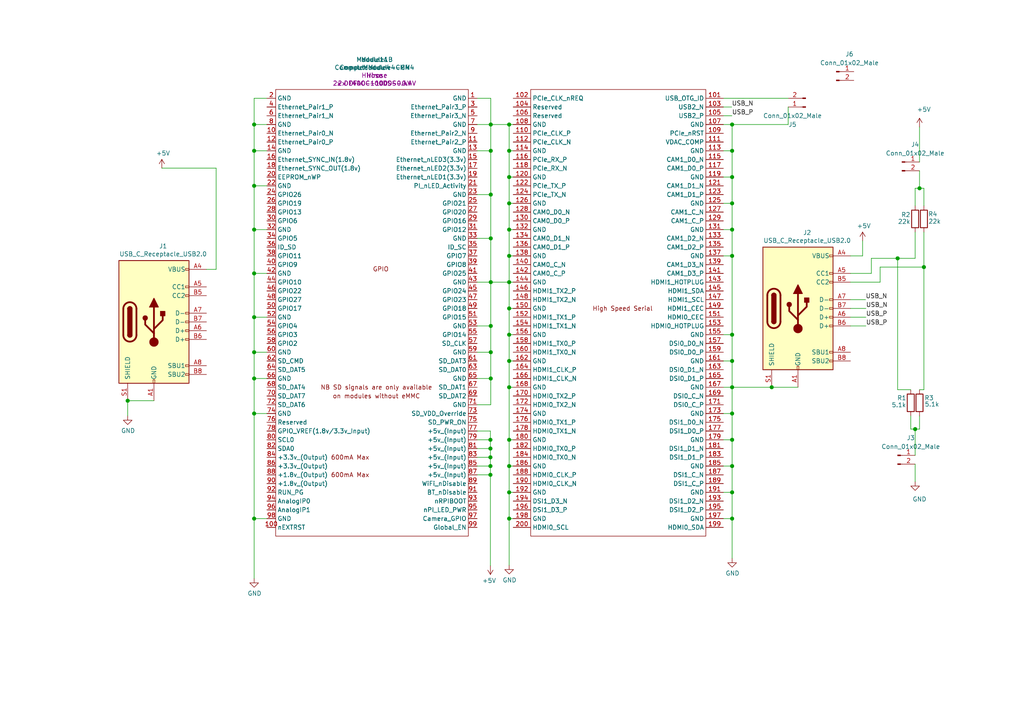
<source format=kicad_sch>
(kicad_sch (version 20201015) (generator eeschema)

  (page 1 1)

  (paper "A4")

  (lib_symbols
    (symbol "CM4IO:ComputeModule4-CM4" (in_bom yes) (on_board yes)
      (property "Reference" "Module" (id 0) (at -0.4572 -98.1964 0)
        (effects (font (size 1.27 1.27)))
      )
      (property "Value" "ComputeModule4-CM4" (id 1) (at -0.762 -93.5228 0)
        (effects (font (size 1.27 1.27)))
      )
      (property "Footprint" "CM4IO:Raspberry-Pi-4-Compute-Module" (id 2) (at -1.5748 -103.0732 0)
        (effects (font (size 1.27 1.27)) hide)
      )
      (property "Datasheet" "" (id 3) (at 5.2832 -31.75 0)
        (effects (font (size 1.27 1.27)) hide)
      )
      (property "Field4" "Hirose" (id 4) (at -32.3596 0 0)
        (effects (font (size 1.27 1.27)))
      )
      (property "Field5" "2x DF40C-100DS-0.4V" (id 5) (at -32.3596 -2.54 0)
        (effects (font (size 1.27 1.27)))
      )
      (symbol "ComputeModule4-CM4_1_0"
        (text "GPIO" (at -32.3596 6.35 0)
          (effects (font (size 1.27 1.27)))
        )
      )
      (symbol "ComputeModule4-CM4_1_1"
        (text "600mA Max" (at -41.2496 -53.34 0)
          (effects (font (size 1.27 1.27)))
        )
        (text "600mA Max" (at -41.2496 -48.26 0)
          (effects (font (size 1.27 1.27)))
        )
        (text "NB SD signals are only available" (at -33.6296 -27.94 0)
          (effects (font (size 1.27 1.27)))
        )
        (text "on modules without eMMC" (at -33.6296 -30.48 0)
          (effects (font (size 1.27 1.27)))
        )
        (rectangle (start -62.8396 -71.12) (end -6.9596 58.42)
          (stroke (width 0)) (fill (type none))
        )
        (pin power_in line (at -4.4196 55.88 180) (length 2.54)
          (name "GND" (effects (font (size 1.27 1.27))))
          (number "1" (effects (font (size 1.27 1.27))))
        )
        (pin passive line (at -65.3796 45.72 0) (length 2.54)
          (name "Ethernet_Pair0_N" (effects (font (size 1.27 1.27))))
          (number "10" (effects (font (size 1.27 1.27))))
        )
        (pin output line (at -65.3796 -68.58 0) (length 2.54)
          (name "nEXTRST" (effects (font (size 1.27 1.27))))
          (number "100" (effects (font (size 1.27 1.27))))
        )
        (pin passive line (at -4.4196 43.18 180) (length 2.54)
          (name "Ethernet_Pair2_P" (effects (font (size 1.27 1.27))))
          (number "11" (effects (font (size 1.27 1.27))))
        )
        (pin passive line (at -65.3796 43.18 0) (length 2.54)
          (name "Ethernet_Pair0_P" (effects (font (size 1.27 1.27))))
          (number "12" (effects (font (size 1.27 1.27))))
        )
        (pin power_in line (at -4.4196 40.64 180) (length 2.54)
          (name "GND" (effects (font (size 1.27 1.27))))
          (number "13" (effects (font (size 1.27 1.27))))
        )
        (pin power_in line (at -65.3796 40.64 0) (length 2.54)
          (name "GND" (effects (font (size 1.27 1.27))))
          (number "14" (effects (font (size 1.27 1.27))))
        )
        (pin output line (at -4.4196 38.1 180) (length 2.54)
          (name "Ethernet_nLED3(3.3v)" (effects (font (size 1.27 1.27))))
          (number "15" (effects (font (size 1.27 1.27))))
        )
        (pin input line (at -65.3796 38.1 0) (length 2.54)
          (name "Ethernet_SYNC_IN(1.8v)" (effects (font (size 1.27 1.27))))
          (number "16" (effects (font (size 1.27 1.27))))
        )
        (pin output line (at -4.4196 35.56 180) (length 2.54)
          (name "Ethernet_nLED2(3.3v)" (effects (font (size 1.27 1.27))))
          (number "17" (effects (font (size 1.27 1.27))))
        )
        (pin input line (at -65.3796 35.56 0) (length 2.54)
          (name "Ethernet_SYNC_OUT(1.8v)" (effects (font (size 1.27 1.27))))
          (number "18" (effects (font (size 1.27 1.27))))
        )
        (pin output line (at -4.4196 33.02 180) (length 2.54)
          (name "Ethernet_nLED1(3.3v)" (effects (font (size 1.27 1.27))))
          (number "19" (effects (font (size 1.27 1.27))))
        )
        (pin power_in line (at -65.3796 55.88 0) (length 2.54)
          (name "GND" (effects (font (size 1.27 1.27))))
          (number "2" (effects (font (size 1.27 1.27))))
        )
        (pin passive line (at -65.3796 33.02 0) (length 2.54)
          (name "EEPROM_nWP" (effects (font (size 1.27 1.27))))
          (number "20" (effects (font (size 1.27 1.27))))
        )
        (pin open_collector line (at -4.4196 30.48 180) (length 2.54)
          (name "PI_nLED_Activity" (effects (font (size 1.27 1.27))))
          (number "21" (effects (font (size 1.27 1.27))))
        )
        (pin power_in line (at -65.3796 30.48 0) (length 2.54)
          (name "GND" (effects (font (size 1.27 1.27))))
          (number "22" (effects (font (size 1.27 1.27))))
        )
        (pin power_in line (at -4.4196 27.94 180) (length 2.54)
          (name "GND" (effects (font (size 1.27 1.27))))
          (number "23" (effects (font (size 1.27 1.27))))
        )
        (pin passive line (at -65.3796 27.94 0) (length 2.54)
          (name "GPIO26" (effects (font (size 1.27 1.27))))
          (number "24" (effects (font (size 1.27 1.27))))
        )
        (pin passive line (at -4.4196 25.4 180) (length 2.54)
          (name "GPIO21" (effects (font (size 1.27 1.27))))
          (number "25" (effects (font (size 1.27 1.27))))
        )
        (pin passive line (at -65.3796 25.4 0) (length 2.54)
          (name "GPIO19" (effects (font (size 1.27 1.27))))
          (number "26" (effects (font (size 1.27 1.27))))
        )
        (pin passive line (at -4.4196 22.86 180) (length 2.54)
          (name "GPIO20" (effects (font (size 1.27 1.27))))
          (number "27" (effects (font (size 1.27 1.27))))
        )
        (pin passive line (at -65.3796 22.86 0) (length 2.54)
          (name "GPIO13" (effects (font (size 1.27 1.27))))
          (number "28" (effects (font (size 1.27 1.27))))
        )
        (pin passive line (at -4.4196 20.32 180) (length 2.54)
          (name "GPIO16" (effects (font (size 1.27 1.27))))
          (number "29" (effects (font (size 1.27 1.27))))
        )
        (pin passive line (at -4.4196 53.34 180) (length 2.54)
          (name "Ethernet_Pair3_P" (effects (font (size 1.27 1.27))))
          (number "3" (effects (font (size 1.27 1.27))))
        )
        (pin passive line (at -65.3796 20.32 0) (length 2.54)
          (name "GPIO6" (effects (font (size 1.27 1.27))))
          (number "30" (effects (font (size 1.27 1.27))))
        )
        (pin passive line (at -4.4196 17.78 180) (length 2.54)
          (name "GPIO12" (effects (font (size 1.27 1.27))))
          (number "31" (effects (font (size 1.27 1.27))))
        )
        (pin power_in line (at -65.3796 17.78 0) (length 2.54)
          (name "GND" (effects (font (size 1.27 1.27))))
          (number "32" (effects (font (size 1.27 1.27))))
        )
        (pin power_in line (at -4.4196 15.24 180) (length 2.54)
          (name "GND" (effects (font (size 1.27 1.27))))
          (number "33" (effects (font (size 1.27 1.27))))
        )
        (pin passive line (at -65.3796 15.24 0) (length 2.54)
          (name "GPIO5" (effects (font (size 1.27 1.27))))
          (number "34" (effects (font (size 1.27 1.27))))
        )
        (pin passive line (at -4.4196 12.7 180) (length 2.54)
          (name "ID_SC" (effects (font (size 1.27 1.27))))
          (number "35" (effects (font (size 1.27 1.27))))
        )
        (pin passive line (at -65.3796 12.7 0) (length 2.54)
          (name "ID_SD" (effects (font (size 1.27 1.27))))
          (number "36" (effects (font (size 1.27 1.27))))
        )
        (pin passive line (at -4.4196 10.16 180) (length 2.54)
          (name "GPIO7" (effects (font (size 1.27 1.27))))
          (number "37" (effects (font (size 1.27 1.27))))
        )
        (pin passive line (at -65.3796 10.16 0) (length 2.54)
          (name "GPIO11" (effects (font (size 1.27 1.27))))
          (number "38" (effects (font (size 1.27 1.27))))
        )
        (pin passive line (at -4.4196 7.62 180) (length 2.54)
          (name "GPIO8" (effects (font (size 1.27 1.27))))
          (number "39" (effects (font (size 1.27 1.27))))
        )
        (pin passive line (at -65.3796 53.34 0) (length 2.54)
          (name "Ethernet_Pair1_P" (effects (font (size 1.27 1.27))))
          (number "4" (effects (font (size 1.27 1.27))))
        )
        (pin passive line (at -65.3796 7.62 0) (length 2.54)
          (name "GPIO9" (effects (font (size 1.27 1.27))))
          (number "40" (effects (font (size 1.27 1.27))))
        )
        (pin passive line (at -4.4196 5.08 180) (length 2.54)
          (name "GPIO25" (effects (font (size 1.27 1.27))))
          (number "41" (effects (font (size 1.27 1.27))))
        )
        (pin power_in line (at -65.3796 5.08 0) (length 2.54)
          (name "GND" (effects (font (size 1.27 1.27))))
          (number "42" (effects (font (size 1.27 1.27))))
        )
        (pin power_in line (at -4.4196 2.54 180) (length 2.54)
          (name "GND" (effects (font (size 1.27 1.27))))
          (number "43" (effects (font (size 1.27 1.27))))
        )
        (pin passive line (at -65.3796 2.54 0) (length 2.54)
          (name "GPIO10" (effects (font (size 1.27 1.27))))
          (number "44" (effects (font (size 1.27 1.27))))
        )
        (pin passive line (at -4.4196 0 180) (length 2.54)
          (name "GPIO24" (effects (font (size 1.27 1.27))))
          (number "45" (effects (font (size 1.27 1.27))))
        )
        (pin passive line (at -65.3796 0 0) (length 2.54)
          (name "GPIO22" (effects (font (size 1.27 1.27))))
          (number "46" (effects (font (size 1.27 1.27))))
        )
        (pin passive line (at -4.4196 -2.54 180) (length 2.54)
          (name "GPIO23" (effects (font (size 1.27 1.27))))
          (number "47" (effects (font (size 1.27 1.27))))
        )
        (pin passive line (at -65.3796 -2.54 0) (length 2.54)
          (name "GPIO27" (effects (font (size 1.27 1.27))))
          (number "48" (effects (font (size 1.27 1.27))))
        )
        (pin passive line (at -4.4196 -5.08 180) (length 2.54)
          (name "GPIO18" (effects (font (size 1.27 1.27))))
          (number "49" (effects (font (size 1.27 1.27))))
        )
        (pin passive line (at -4.4196 50.8 180) (length 2.54)
          (name "Ethernet_Pair3_N" (effects (font (size 1.27 1.27))))
          (number "5" (effects (font (size 1.27 1.27))))
        )
        (pin passive line (at -65.3796 -5.08 0) (length 2.54)
          (name "GPIO17" (effects (font (size 1.27 1.27))))
          (number "50" (effects (font (size 1.27 1.27))))
        )
        (pin passive line (at -4.4196 -7.62 180) (length 2.54)
          (name "GPIO15" (effects (font (size 1.27 1.27))))
          (number "51" (effects (font (size 1.27 1.27))))
        )
        (pin power_in line (at -65.3796 -7.62 0) (length 2.54)
          (name "GND" (effects (font (size 1.27 1.27))))
          (number "52" (effects (font (size 1.27 1.27))))
        )
        (pin power_in line (at -4.4196 -10.16 180) (length 2.54)
          (name "GND" (effects (font (size 1.27 1.27))))
          (number "53" (effects (font (size 1.27 1.27))))
        )
        (pin passive line (at -65.3796 -10.16 0) (length 2.54)
          (name "GPIO4" (effects (font (size 1.27 1.27))))
          (number "54" (effects (font (size 1.27 1.27))))
        )
        (pin passive line (at -4.4196 -12.7 180) (length 2.54)
          (name "GPIO14" (effects (font (size 1.27 1.27))))
          (number "55" (effects (font (size 1.27 1.27))))
        )
        (pin passive line (at -65.3796 -12.7 0) (length 2.54)
          (name "GPIO3" (effects (font (size 1.27 1.27))))
          (number "56" (effects (font (size 1.27 1.27))))
        )
        (pin passive line (at -4.4196 -15.24 180) (length 2.54)
          (name "SD_CLK" (effects (font (size 1.27 1.27))))
          (number "57" (effects (font (size 1.27 1.27))))
        )
        (pin passive line (at -65.3796 -15.24 0) (length 2.54)
          (name "GPIO2" (effects (font (size 1.27 1.27))))
          (number "58" (effects (font (size 1.27 1.27))))
        )
        (pin power_in line (at -4.4196 -17.78 180) (length 2.54)
          (name "GND" (effects (font (size 1.27 1.27))))
          (number "59" (effects (font (size 1.27 1.27))))
        )
        (pin passive line (at -65.3796 50.8 0) (length 2.54)
          (name "Ethernet_Pair1_N" (effects (font (size 1.27 1.27))))
          (number "6" (effects (font (size 1.27 1.27))))
        )
        (pin power_in line (at -65.3796 -17.78 0) (length 2.54)
          (name "GND" (effects (font (size 1.27 1.27))))
          (number "60" (effects (font (size 1.27 1.27))))
        )
        (pin passive line (at -4.4196 -20.32 180) (length 2.54)
          (name "SD_DAT3" (effects (font (size 1.27 1.27))))
          (number "61" (effects (font (size 1.27 1.27))))
        )
        (pin passive line (at -65.3796 -20.32 0) (length 2.54)
          (name "SD_CMD" (effects (font (size 1.27 1.27))))
          (number "62" (effects (font (size 1.27 1.27))))
        )
        (pin passive line (at -4.4196 -22.86 180) (length 2.54)
          (name "SD_DAT0" (effects (font (size 1.27 1.27))))
          (number "63" (effects (font (size 1.27 1.27))))
        )
        (pin passive line (at -65.3796 -22.86 0) (length 2.54)
          (name "SD_DAT5" (effects (font (size 1.27 1.27))))
          (number "64" (effects (font (size 1.27 1.27))))
        )
        (pin power_in line (at -4.4196 -25.4 180) (length 2.54)
          (name "GND" (effects (font (size 1.27 1.27))))
          (number "65" (effects (font (size 1.27 1.27))))
        )
        (pin power_in line (at -65.3796 -25.4 0) (length 2.54)
          (name "GND" (effects (font (size 1.27 1.27))))
          (number "66" (effects (font (size 1.27 1.27))))
        )
        (pin passive line (at -4.4196 -27.94 180) (length 2.54)
          (name "SD_DAT1" (effects (font (size 1.27 1.27))))
          (number "67" (effects (font (size 1.27 1.27))))
        )
        (pin passive line (at -65.3796 -27.94 0) (length 2.54)
          (name "SD_DAT4" (effects (font (size 1.27 1.27))))
          (number "68" (effects (font (size 1.27 1.27))))
        )
        (pin passive line (at -4.4196 -30.48 180) (length 2.54)
          (name "SD_DAT2" (effects (font (size 1.27 1.27))))
          (number "69" (effects (font (size 1.27 1.27))))
        )
        (pin power_in line (at -4.4196 48.26 180) (length 2.54)
          (name "GND" (effects (font (size 1.27 1.27))))
          (number "7" (effects (font (size 1.27 1.27))))
        )
        (pin passive line (at -65.3796 -30.48 0) (length 2.54)
          (name "SD_DAT7" (effects (font (size 1.27 1.27))))
          (number "70" (effects (font (size 1.27 1.27))))
        )
        (pin power_in line (at -4.4196 -33.02 180) (length 2.54)
          (name "GND" (effects (font (size 1.27 1.27))))
          (number "71" (effects (font (size 1.27 1.27))))
        )
        (pin passive line (at -65.3796 -33.02 0) (length 2.54)
          (name "SD_DAT6" (effects (font (size 1.27 1.27))))
          (number "72" (effects (font (size 1.27 1.27))))
        )
        (pin input line (at -4.4196 -35.56 180) (length 2.54)
          (name "SD_VDD_Override" (effects (font (size 1.27 1.27))))
          (number "73" (effects (font (size 1.27 1.27))))
        )
        (pin power_in line (at -65.3796 -35.56 0) (length 2.54)
          (name "GND" (effects (font (size 1.27 1.27))))
          (number "74" (effects (font (size 1.27 1.27))))
        )
        (pin output line (at -4.4196 -38.1 180) (length 2.54)
          (name "SD_PWR_ON" (effects (font (size 1.27 1.27))))
          (number "75" (effects (font (size 1.27 1.27))))
        )
        (pin passive line (at -65.3796 -38.1 0) (length 2.54)
          (name "Reserved" (effects (font (size 1.27 1.27))))
          (number "76" (effects (font (size 1.27 1.27))))
        )
        (pin power_in line (at -4.4196 -40.64 180) (length 2.54)
          (name "+5v_(Input)" (effects (font (size 1.27 1.27))))
          (number "77" (effects (font (size 1.27 1.27))))
        )
        (pin power_in line (at -65.3796 -40.64 0) (length 2.54)
          (name "GPIO_VREF(1.8v/3.3v_Input)" (effects (font (size 1.27 1.27))))
          (number "78" (effects (font (size 1.27 1.27))))
        )
        (pin power_in line (at -4.4196 -43.18 180) (length 2.54)
          (name "+5v_(Input)" (effects (font (size 1.27 1.27))))
          (number "79" (effects (font (size 1.27 1.27))))
        )
        (pin power_in line (at -65.3796 48.26 0) (length 2.54)
          (name "GND" (effects (font (size 1.27 1.27))))
          (number "8" (effects (font (size 1.27 1.27))))
        )
        (pin passive line (at -65.3796 -43.18 0) (length 2.54)
          (name "SCL0" (effects (font (size 1.27 1.27))))
          (number "80" (effects (font (size 1.27 1.27))))
        )
        (pin power_in line (at -4.4196 -45.72 180) (length 2.54)
          (name "+5v_(Input)" (effects (font (size 1.27 1.27))))
          (number "81" (effects (font (size 1.27 1.27))))
        )
        (pin passive line (at -65.3796 -45.72 0) (length 2.54)
          (name "SDA0" (effects (font (size 1.27 1.27))))
          (number "82" (effects (font (size 1.27 1.27))))
        )
        (pin power_in line (at -4.4196 -48.26 180) (length 2.54)
          (name "+5v_(Input)" (effects (font (size 1.27 1.27))))
          (number "83" (effects (font (size 1.27 1.27))))
        )
        (pin power_out line (at -65.3796 -48.26 0) (length 2.54)
          (name "+3.3v_(Output)" (effects (font (size 1.27 1.27))))
          (number "84" (effects (font (size 1.27 1.27))))
        )
        (pin power_in line (at -4.4196 -50.8 180) (length 2.54)
          (name "+5v_(Input)" (effects (font (size 1.27 1.27))))
          (number "85" (effects (font (size 1.27 1.27))))
        )
        (pin power_out line (at -65.3796 -50.8 0) (length 2.54)
          (name "+3.3v_(Output)" (effects (font (size 1.27 1.27))))
          (number "86" (effects (font (size 1.27 1.27))))
        )
        (pin power_in line (at -4.4196 -53.34 180) (length 2.54)
          (name "+5v_(Input)" (effects (font (size 1.27 1.27))))
          (number "87" (effects (font (size 1.27 1.27))))
        )
        (pin power_out line (at -65.3796 -53.34 0) (length 2.54)
          (name "+1.8v_(Output)" (effects (font (size 1.27 1.27))))
          (number "88" (effects (font (size 1.27 1.27))))
        )
        (pin power_in line (at -4.4196 -55.88 180) (length 2.54)
          (name "WiFi_nDisable" (effects (font (size 1.27 1.27))))
          (number "89" (effects (font (size 1.27 1.27))))
        )
        (pin passive line (at -4.4196 45.72 180) (length 2.54)
          (name "Ethernet_Pair2_N" (effects (font (size 1.27 1.27))))
          (number "9" (effects (font (size 1.27 1.27))))
        )
        (pin power_out line (at -65.3796 -55.88 0) (length 2.54)
          (name "+1.8v_(Output)" (effects (font (size 1.27 1.27))))
          (number "90" (effects (font (size 1.27 1.27))))
        )
        (pin power_in line (at -4.4196 -58.42 180) (length 2.54)
          (name "BT_nDisable" (effects (font (size 1.27 1.27))))
          (number "91" (effects (font (size 1.27 1.27))))
        )
        (pin passive line (at -65.3796 -58.42 0) (length 2.54)
          (name "RUN_PG" (effects (font (size 1.27 1.27))))
          (number "92" (effects (font (size 1.27 1.27))))
        )
        (pin input line (at -4.4196 -60.96 180) (length 2.54)
          (name "nRPIBOOT" (effects (font (size 1.27 1.27))))
          (number "93" (effects (font (size 1.27 1.27))))
        )
        (pin passive line (at -65.3796 -60.96 0) (length 2.54)
          (name "AnalogIP0" (effects (font (size 1.27 1.27))))
          (number "94" (effects (font (size 1.27 1.27))))
        )
        (pin output line (at -4.4196 -63.5 180) (length 2.54)
          (name "nPI_LED_PWR" (effects (font (size 1.27 1.27))))
          (number "95" (effects (font (size 1.27 1.27))))
        )
        (pin passive line (at -65.3796 -63.5 0) (length 2.54)
          (name "AnalogIP1" (effects (font (size 1.27 1.27))))
          (number "96" (effects (font (size 1.27 1.27))))
        )
        (pin passive line (at -4.4196 -66.04 180) (length 2.54)
          (name "Camera_GPIO" (effects (font (size 1.27 1.27))))
          (number "97" (effects (font (size 1.27 1.27))))
        )
        (pin power_in line (at -65.3796 -66.04 0) (length 2.54)
          (name "GND" (effects (font (size 1.27 1.27))))
          (number "98" (effects (font (size 1.27 1.27))))
        )
        (pin input line (at -4.4196 -68.58 180) (length 2.54)
          (name "Global_EN" (effects (font (size 1.27 1.27))))
          (number "99" (effects (font (size 1.27 1.27))))
        )
      )
      (symbol "ComputeModule4-CM4_2_1"
        (text "High Speed Serial" (at 36.3728 -5.08 0)
          (effects (font (size 1.27 1.27)))
        )
        (rectangle (start 9.7028 -71.12) (end 60.5028 58.42)
          (stroke (width 0)) (fill (type none))
        )
        (pin input line (at 65.5828 55.88 180) (length 5.08)
          (name "USB_OTG_ID" (effects (font (size 1.27 1.27))))
          (number "101" (effects (font (size 1.27 1.27))))
        )
        (pin input line (at 4.6228 55.88 0) (length 5.08)
          (name "PCIe_CLK_nREQ" (effects (font (size 1.27 1.27))))
          (number "102" (effects (font (size 1.27 1.27))))
        )
        (pin passive line (at 65.5828 53.34 180) (length 5.08)
          (name "USB2_N" (effects (font (size 1.27 1.27))))
          (number "103" (effects (font (size 1.27 1.27))))
        )
        (pin passive line (at 4.6228 53.34 0) (length 5.08)
          (name "Reserved" (effects (font (size 1.27 1.27))))
          (number "104" (effects (font (size 1.27 1.27))))
        )
        (pin passive line (at 65.5828 50.8 180) (length 5.08)
          (name "USB2_P" (effects (font (size 1.27 1.27))))
          (number "105" (effects (font (size 1.27 1.27))))
        )
        (pin passive line (at 4.6228 50.8 0) (length 5.08)
          (name "Reserved" (effects (font (size 1.27 1.27))))
          (number "106" (effects (font (size 1.27 1.27))))
        )
        (pin power_in line (at 65.5828 48.26 180) (length 5.08)
          (name "GND" (effects (font (size 1.27 1.27))))
          (number "107" (effects (font (size 1.27 1.27))))
        )
        (pin power_in line (at 4.6228 48.26 0) (length 5.08)
          (name "GND" (effects (font (size 1.27 1.27))))
          (number "108" (effects (font (size 1.27 1.27))))
        )
        (pin bidirectional line (at 65.5828 45.72 180) (length 5.08)
          (name "PCIe_nRST" (effects (font (size 1.27 1.27))))
          (number "109" (effects (font (size 1.27 1.27))))
        )
        (pin output line (at 4.6228 45.72 0) (length 5.08)
          (name "PCIe_CLK_P" (effects (font (size 1.27 1.27))))
          (number "110" (effects (font (size 1.27 1.27))))
        )
        (pin passive line (at 65.5828 43.18 180) (length 5.08)
          (name "VDAC_COMP" (effects (font (size 1.27 1.27))))
          (number "111" (effects (font (size 1.27 1.27))))
        )
        (pin output line (at 4.6228 43.18 0) (length 5.08)
          (name "PCIe_CLK_N" (effects (font (size 1.27 1.27))))
          (number "112" (effects (font (size 1.27 1.27))))
        )
        (pin power_in line (at 65.5828 40.64 180) (length 5.08)
          (name "GND" (effects (font (size 1.27 1.27))))
          (number "113" (effects (font (size 1.27 1.27))))
        )
        (pin power_in line (at 4.6228 40.64 0) (length 5.08)
          (name "GND" (effects (font (size 1.27 1.27))))
          (number "114" (effects (font (size 1.27 1.27))))
        )
        (pin input line (at 65.5828 38.1 180) (length 5.08)
          (name "CAM1_D0_N" (effects (font (size 1.27 1.27))))
          (number "115" (effects (font (size 1.27 1.27))))
        )
        (pin input line (at 4.6228 38.1 0) (length 5.08)
          (name "PCIe_RX_P" (effects (font (size 1.27 1.27))))
          (number "116" (effects (font (size 1.27 1.27))))
        )
        (pin input line (at 65.5828 35.56 180) (length 5.08)
          (name "CAM1_D0_P" (effects (font (size 1.27 1.27))))
          (number "117" (effects (font (size 1.27 1.27))))
        )
        (pin input line (at 4.6228 35.56 0) (length 5.08)
          (name "PCIe_RX_N" (effects (font (size 1.27 1.27))))
          (number "118" (effects (font (size 1.27 1.27))))
        )
        (pin power_in line (at 65.5828 33.02 180) (length 5.08)
          (name "GND" (effects (font (size 1.27 1.27))))
          (number "119" (effects (font (size 1.27 1.27))))
        )
        (pin power_in line (at 4.6228 33.02 0) (length 5.08)
          (name "GND" (effects (font (size 1.27 1.27))))
          (number "120" (effects (font (size 1.27 1.27))))
        )
        (pin input line (at 65.5828 30.48 180) (length 5.08)
          (name "CAM1_D1_N" (effects (font (size 1.27 1.27))))
          (number "121" (effects (font (size 1.27 1.27))))
        )
        (pin output line (at 4.6228 30.48 0) (length 5.08)
          (name "PCIe_TX_P" (effects (font (size 1.27 1.27))))
          (number "122" (effects (font (size 1.27 1.27))))
        )
        (pin input line (at 65.5828 27.94 180) (length 5.08)
          (name "CAM1_D1_P" (effects (font (size 1.27 1.27))))
          (number "123" (effects (font (size 1.27 1.27))))
        )
        (pin output line (at 4.6228 27.94 0) (length 5.08)
          (name "PCIe_TX_N" (effects (font (size 1.27 1.27))))
          (number "124" (effects (font (size 1.27 1.27))))
        )
        (pin power_in line (at 65.5828 25.4 180) (length 5.08)
          (name "GND" (effects (font (size 1.27 1.27))))
          (number "125" (effects (font (size 1.27 1.27))))
        )
        (pin power_in line (at 4.6228 25.4 0) (length 5.08)
          (name "GND" (effects (font (size 1.27 1.27))))
          (number "126" (effects (font (size 1.27 1.27))))
        )
        (pin input line (at 65.5828 22.86 180) (length 5.08)
          (name "CAM1_C_N" (effects (font (size 1.27 1.27))))
          (number "127" (effects (font (size 1.27 1.27))))
        )
        (pin input line (at 4.6228 22.86 0) (length 5.08)
          (name "CAM0_D0_N" (effects (font (size 1.27 1.27))))
          (number "128" (effects (font (size 1.27 1.27))))
        )
        (pin input line (at 65.5828 20.32 180) (length 5.08)
          (name "CAM1_C_P" (effects (font (size 1.27 1.27))))
          (number "129" (effects (font (size 1.27 1.27))))
        )
        (pin input line (at 4.6228 20.32 0) (length 5.08)
          (name "CAM0_D0_P" (effects (font (size 1.27 1.27))))
          (number "130" (effects (font (size 1.27 1.27))))
        )
        (pin power_in line (at 65.5828 17.78 180) (length 5.08)
          (name "GND" (effects (font (size 1.27 1.27))))
          (number "131" (effects (font (size 1.27 1.27))))
        )
        (pin power_in line (at 4.6228 17.78 0) (length 5.08)
          (name "GND" (effects (font (size 1.27 1.27))))
          (number "132" (effects (font (size 1.27 1.27))))
        )
        (pin input line (at 65.5828 15.24 180) (length 5.08)
          (name "CAM1_D2_N" (effects (font (size 1.27 1.27))))
          (number "133" (effects (font (size 1.27 1.27))))
        )
        (pin input line (at 4.6228 15.24 0) (length 5.08)
          (name "CAM0_D1_N" (effects (font (size 1.27 1.27))))
          (number "134" (effects (font (size 1.27 1.27))))
        )
        (pin input line (at 65.5828 12.7 180) (length 5.08)
          (name "CAM1_D2_P" (effects (font (size 1.27 1.27))))
          (number "135" (effects (font (size 1.27 1.27))))
        )
        (pin input line (at 4.6228 12.7 0) (length 5.08)
          (name "CAM0_D1_P" (effects (font (size 1.27 1.27))))
          (number "136" (effects (font (size 1.27 1.27))))
        )
        (pin power_in line (at 65.5828 10.16 180) (length 5.08)
          (name "GND" (effects (font (size 1.27 1.27))))
          (number "137" (effects (font (size 1.27 1.27))))
        )
        (pin power_in line (at 4.6228 10.16 0) (length 5.08)
          (name "GND" (effects (font (size 1.27 1.27))))
          (number "138" (effects (font (size 1.27 1.27))))
        )
        (pin input line (at 65.5828 7.62 180) (length 5.08)
          (name "CAM1_D3_N" (effects (font (size 1.27 1.27))))
          (number "139" (effects (font (size 1.27 1.27))))
        )
        (pin input line (at 4.6228 7.62 0) (length 5.08)
          (name "CAM0_C_N" (effects (font (size 1.27 1.27))))
          (number "140" (effects (font (size 1.27 1.27))))
        )
        (pin input line (at 65.5828 5.08 180) (length 5.08)
          (name "CAM1_D3_P" (effects (font (size 1.27 1.27))))
          (number "141" (effects (font (size 1.27 1.27))))
        )
        (pin input line (at 4.6228 5.08 0) (length 5.08)
          (name "CAM0_C_P" (effects (font (size 1.27 1.27))))
          (number "142" (effects (font (size 1.27 1.27))))
        )
        (pin input line (at 65.5828 2.54 180) (length 5.08)
          (name "HDMI1_HOTPLUG" (effects (font (size 1.27 1.27))))
          (number "143" (effects (font (size 1.27 1.27))))
        )
        (pin power_in line (at 4.6228 2.54 0) (length 5.08)
          (name "GND" (effects (font (size 1.27 1.27))))
          (number "144" (effects (font (size 1.27 1.27))))
        )
        (pin bidirectional line (at 65.5828 0 180) (length 5.08)
          (name "HDMI1_SDA" (effects (font (size 1.27 1.27))))
          (number "145" (effects (font (size 1.27 1.27))))
        )
        (pin output line (at 4.6228 0 0) (length 5.08)
          (name "HDMI1_TX2_P" (effects (font (size 1.27 1.27))))
          (number "146" (effects (font (size 1.27 1.27))))
        )
        (pin open_collector line (at 65.5828 -2.54 180) (length 5.08)
          (name "HDMI1_SCL" (effects (font (size 1.27 1.27))))
          (number "147" (effects (font (size 1.27 1.27))))
        )
        (pin output line (at 4.6228 -2.54 0) (length 5.08)
          (name "HDMI1_TX2_N" (effects (font (size 1.27 1.27))))
          (number "148" (effects (font (size 1.27 1.27))))
        )
        (pin open_collector line (at 65.5828 -5.08 180) (length 5.08)
          (name "HDMI1_CEC" (effects (font (size 1.27 1.27))))
          (number "149" (effects (font (size 1.27 1.27))))
        )
        (pin power_in line (at 4.6228 -5.08 0) (length 5.08)
          (name "GND" (effects (font (size 1.27 1.27))))
          (number "150" (effects (font (size 1.27 1.27))))
        )
        (pin open_collector line (at 65.5828 -7.62 180) (length 5.08)
          (name "HDMI0_CEC" (effects (font (size 1.27 1.27))))
          (number "151" (effects (font (size 1.27 1.27))))
        )
        (pin output line (at 4.6228 -7.62 0) (length 5.08)
          (name "HDMI1_TX1_P" (effects (font (size 1.27 1.27))))
          (number "152" (effects (font (size 1.27 1.27))))
        )
        (pin input line (at 65.5828 -10.16 180) (length 5.08)
          (name "HDMI0_HOTPLUG" (effects (font (size 1.27 1.27))))
          (number "153" (effects (font (size 1.27 1.27))))
        )
        (pin output line (at 4.6228 -10.16 0) (length 5.08)
          (name "HDMI1_TX1_N" (effects (font (size 1.27 1.27))))
          (number "154" (effects (font (size 1.27 1.27))))
        )
        (pin power_in line (at 65.5828 -12.7 180) (length 5.08)
          (name "GND" (effects (font (size 1.27 1.27))))
          (number "155" (effects (font (size 1.27 1.27))))
        )
        (pin power_in line (at 4.6228 -12.7 0) (length 5.08)
          (name "GND" (effects (font (size 1.27 1.27))))
          (number "156" (effects (font (size 1.27 1.27))))
        )
        (pin output line (at 65.5828 -15.24 180) (length 5.08)
          (name "DSI0_D0_N" (effects (font (size 1.27 1.27))))
          (number "157" (effects (font (size 1.27 1.27))))
        )
        (pin output line (at 4.6228 -15.24 0) (length 5.08)
          (name "HDMI1_TX0_P" (effects (font (size 1.27 1.27))))
          (number "158" (effects (font (size 1.27 1.27))))
        )
        (pin output line (at 65.5828 -17.78 180) (length 5.08)
          (name "DSI0_D0_P" (effects (font (size 1.27 1.27))))
          (number "159" (effects (font (size 1.27 1.27))))
        )
        (pin output line (at 4.6228 -17.78 0) (length 5.08)
          (name "HDMI1_TX0_N" (effects (font (size 1.27 1.27))))
          (number "160" (effects (font (size 1.27 1.27))))
        )
        (pin power_in line (at 65.5828 -20.32 180) (length 5.08)
          (name "GND" (effects (font (size 1.27 1.27))))
          (number "161" (effects (font (size 1.27 1.27))))
        )
        (pin power_in line (at 4.6228 -20.32 0) (length 5.08)
          (name "GND" (effects (font (size 1.27 1.27))))
          (number "162" (effects (font (size 1.27 1.27))))
        )
        (pin output line (at 65.5828 -22.86 180) (length 5.08)
          (name "DSI0_D1_N" (effects (font (size 1.27 1.27))))
          (number "163" (effects (font (size 1.27 1.27))))
        )
        (pin output line (at 4.6228 -22.86 0) (length 5.08)
          (name "HDMI1_CLK_P" (effects (font (size 1.27 1.27))))
          (number "164" (effects (font (size 1.27 1.27))))
        )
        (pin output line (at 65.5828 -25.4 180) (length 5.08)
          (name "DSI0_D1_P" (effects (font (size 1.27 1.27))))
          (number "165" (effects (font (size 1.27 1.27))))
        )
        (pin output line (at 4.6228 -25.4 0) (length 5.08)
          (name "HDMI1_CLK_N" (effects (font (size 1.27 1.27))))
          (number "166" (effects (font (size 1.27 1.27))))
        )
        (pin power_in line (at 65.5828 -27.94 180) (length 5.08)
          (name "GND" (effects (font (size 1.27 1.27))))
          (number "167" (effects (font (size 1.27 1.27))))
        )
        (pin power_in line (at 4.6228 -27.94 0) (length 5.08)
          (name "GND" (effects (font (size 1.27 1.27))))
          (number "168" (effects (font (size 1.27 1.27))))
        )
        (pin output line (at 65.5828 -30.48 180) (length 5.08)
          (name "DSI0_C_N" (effects (font (size 1.27 1.27))))
          (number "169" (effects (font (size 1.27 1.27))))
        )
        (pin output line (at 4.6228 -30.48 0) (length 5.08)
          (name "HDMI0_TX2_P" (effects (font (size 1.27 1.27))))
          (number "170" (effects (font (size 1.27 1.27))))
        )
        (pin output line (at 65.5828 -33.02 180) (length 5.08)
          (name "DSI0_C_P" (effects (font (size 1.27 1.27))))
          (number "171" (effects (font (size 1.27 1.27))))
        )
        (pin output line (at 4.6228 -33.02 0) (length 5.08)
          (name "HDMI0_TX2_N" (effects (font (size 1.27 1.27))))
          (number "172" (effects (font (size 1.27 1.27))))
        )
        (pin power_in line (at 65.5828 -35.56 180) (length 5.08)
          (name "GND" (effects (font (size 1.27 1.27))))
          (number "173" (effects (font (size 1.27 1.27))))
        )
        (pin power_in line (at 4.6228 -35.56 0) (length 5.08)
          (name "GND" (effects (font (size 1.27 1.27))))
          (number "174" (effects (font (size 1.27 1.27))))
        )
        (pin output line (at 65.5828 -38.1 180) (length 5.08)
          (name "DSI1_D0_N" (effects (font (size 1.27 1.27))))
          (number "175" (effects (font (size 1.27 1.27))))
        )
        (pin output line (at 4.6228 -38.1 0) (length 5.08)
          (name "HDMI0_TX1_P" (effects (font (size 1.27 1.27))))
          (number "176" (effects (font (size 1.27 1.27))))
        )
        (pin output line (at 65.5828 -40.64 180) (length 5.08)
          (name "DSI1_D0_P" (effects (font (size 1.27 1.27))))
          (number "177" (effects (font (size 1.27 1.27))))
        )
        (pin output line (at 4.6228 -40.64 0) (length 5.08)
          (name "HDMI0_TX1_N" (effects (font (size 1.27 1.27))))
          (number "178" (effects (font (size 1.27 1.27))))
        )
        (pin power_in line (at 65.5828 -43.18 180) (length 5.08)
          (name "GND" (effects (font (size 1.27 1.27))))
          (number "179" (effects (font (size 1.27 1.27))))
        )
        (pin power_in line (at 4.6228 -43.18 0) (length 5.08)
          (name "GND" (effects (font (size 1.27 1.27))))
          (number "180" (effects (font (size 1.27 1.27))))
        )
        (pin output line (at 65.5828 -45.72 180) (length 5.08)
          (name "DSI1_D1_N" (effects (font (size 1.27 1.27))))
          (number "181" (effects (font (size 1.27 1.27))))
        )
        (pin output line (at 4.6228 -45.72 0) (length 5.08)
          (name "HDMI0_TX0_P" (effects (font (size 1.27 1.27))))
          (number "182" (effects (font (size 1.27 1.27))))
        )
        (pin output line (at 65.5828 -48.26 180) (length 5.08)
          (name "DSI1_D1_P" (effects (font (size 1.27 1.27))))
          (number "183" (effects (font (size 1.27 1.27))))
        )
        (pin output line (at 4.6228 -48.26 0) (length 5.08)
          (name "HDMI0_TX0_N" (effects (font (size 1.27 1.27))))
          (number "184" (effects (font (size 1.27 1.27))))
        )
        (pin power_in line (at 65.5828 -50.8 180) (length 5.08)
          (name "GND" (effects (font (size 1.27 1.27))))
          (number "185" (effects (font (size 1.27 1.27))))
        )
        (pin power_in line (at 4.6228 -50.8 0) (length 5.08)
          (name "GND" (effects (font (size 1.27 1.27))))
          (number "186" (effects (font (size 1.27 1.27))))
        )
        (pin output line (at 65.5828 -53.34 180) (length 5.08)
          (name "DSI1_C_N" (effects (font (size 1.27 1.27))))
          (number "187" (effects (font (size 1.27 1.27))))
        )
        (pin output line (at 4.6228 -53.34 0) (length 5.08)
          (name "HDMI0_CLK_P" (effects (font (size 1.27 1.27))))
          (number "188" (effects (font (size 1.27 1.27))))
        )
        (pin output line (at 65.5828 -55.88 180) (length 5.08)
          (name "DSI1_C_P" (effects (font (size 1.27 1.27))))
          (number "189" (effects (font (size 1.27 1.27))))
        )
        (pin output line (at 4.6228 -55.88 0) (length 5.08)
          (name "HDMI0_CLK_N" (effects (font (size 1.27 1.27))))
          (number "190" (effects (font (size 1.27 1.27))))
        )
        (pin power_in line (at 65.5828 -58.42 180) (length 5.08)
          (name "GND" (effects (font (size 1.27 1.27))))
          (number "191" (effects (font (size 1.27 1.27))))
        )
        (pin power_in line (at 4.6228 -58.42 0) (length 5.08)
          (name "GND" (effects (font (size 1.27 1.27))))
          (number "192" (effects (font (size 1.27 1.27))))
        )
        (pin output line (at 65.5828 -60.96 180) (length 5.08)
          (name "DSI1_D2_N" (effects (font (size 1.27 1.27))))
          (number "193" (effects (font (size 1.27 1.27))))
        )
        (pin output line (at 4.6228 -60.96 0) (length 5.08)
          (name "DSI1_D3_N" (effects (font (size 1.27 1.27))))
          (number "194" (effects (font (size 1.27 1.27))))
        )
        (pin output line (at 65.5828 -63.5 180) (length 5.08)
          (name "DSI1_D2_P" (effects (font (size 1.27 1.27))))
          (number "195" (effects (font (size 1.27 1.27))))
        )
        (pin output line (at 4.6228 -63.5 0) (length 5.08)
          (name "DSI1_D3_P" (effects (font (size 1.27 1.27))))
          (number "196" (effects (font (size 1.27 1.27))))
        )
        (pin power_in line (at 65.5828 -66.04 180) (length 5.08)
          (name "GND" (effects (font (size 1.27 1.27))))
          (number "197" (effects (font (size 1.27 1.27))))
        )
        (pin power_in line (at 4.6228 -66.04 0) (length 5.08)
          (name "GND" (effects (font (size 1.27 1.27))))
          (number "198" (effects (font (size 1.27 1.27))))
        )
        (pin bidirectional line (at 65.5828 -68.58 180) (length 5.08)
          (name "HDMI0_SDA" (effects (font (size 1.27 1.27))))
          (number "199" (effects (font (size 1.27 1.27))))
        )
        (pin open_collector line (at 4.6228 -68.58 0) (length 5.08)
          (name "HDMI0_SCL" (effects (font (size 1.27 1.27))))
          (number "200" (effects (font (size 1.27 1.27))))
        )
      )
    )
    (symbol "Connector:Conn_01x02_Male" (pin_names (offset 1.016) hide) (in_bom yes) (on_board yes)
      (property "Reference" "J" (id 0) (at 0 2.54 0)
        (effects (font (size 1.27 1.27)))
      )
      (property "Value" "Conn_01x02_Male" (id 1) (at 0 -5.08 0)
        (effects (font (size 1.27 1.27)))
      )
      (property "Footprint" "" (id 2) (at 0 0 0)
        (effects (font (size 1.27 1.27)) hide)
      )
      (property "Datasheet" "~" (id 3) (at 0 0 0)
        (effects (font (size 1.27 1.27)) hide)
      )
      (property "ki_keywords" "connector" (id 4) (at 0 0 0)
        (effects (font (size 1.27 1.27)) hide)
      )
      (property "ki_description" "Generic connector, single row, 01x02, script generated (kicad-library-utils/schlib/autogen/connector/)" (id 5) (at 0 0 0)
        (effects (font (size 1.27 1.27)) hide)
      )
      (property "ki_fp_filters" "Connector*:*_1x??_*" (id 6) (at 0 0 0)
        (effects (font (size 1.27 1.27)) hide)
      )
      (symbol "Conn_01x02_Male_1_1"
        (rectangle (start 0.8636 -2.413) (end 0 -2.667)
          (stroke (width 0.1524)) (fill (type outline))
        )
        (rectangle (start 0.8636 0.127) (end 0 -0.127)
          (stroke (width 0.1524)) (fill (type outline))
        )
        (polyline
          (pts
            (xy 1.27 -2.54)
            (xy 0.8636 -2.54)
          )
          (stroke (width 0.1524)) (fill (type none))
        )
        (polyline
          (pts
            (xy 1.27 0)
            (xy 0.8636 0)
          )
          (stroke (width 0.1524)) (fill (type none))
        )
        (pin passive line (at 5.08 0 180) (length 3.81)
          (name "Pin_1" (effects (font (size 1.27 1.27))))
          (number "1" (effects (font (size 1.27 1.27))))
        )
        (pin passive line (at 5.08 -2.54 180) (length 3.81)
          (name "Pin_2" (effects (font (size 1.27 1.27))))
          (number "2" (effects (font (size 1.27 1.27))))
        )
      )
    )
    (symbol "Connector:USB_C_Receptacle_USB2.0" (pin_names (offset 1.016)) (in_bom yes) (on_board yes)
      (property "Reference" "J" (id 0) (at -10.16 19.05 0)
        (effects (font (size 1.27 1.27)) (justify left))
      )
      (property "Value" "USB_C_Receptacle_USB2.0" (id 1) (at 19.05 19.05 0)
        (effects (font (size 1.27 1.27)) (justify right))
      )
      (property "Footprint" "" (id 2) (at 3.81 0 0)
        (effects (font (size 1.27 1.27)) hide)
      )
      (property "Datasheet" "https://www.usb.org/sites/default/files/documents/usb_type-c.zip" (id 3) (at 3.81 0 0)
        (effects (font (size 1.27 1.27)) hide)
      )
      (property "ki_keywords" "usb universal serial bus type-C USB2.0" (id 4) (at 0 0 0)
        (effects (font (size 1.27 1.27)) hide)
      )
      (property "ki_description" "USB 2.0-only Type-C Receptacle connector" (id 5) (at 0 0 0)
        (effects (font (size 1.27 1.27)) hide)
      )
      (property "ki_fp_filters" "USB*C*Receptacle*" (id 6) (at 0 0 0)
        (effects (font (size 1.27 1.27)) hide)
      )
      (symbol "USB_C_Receptacle_USB2.0_0_1"
        (arc (start -8.89 -3.81) (end -5.08 -3.81) (radius (at -6.985 -3.81) (length 1.905) (angles -179.9 -0.1))
          (stroke (width 0.508)) (fill (type none))
        )
        (arc (start -7.62 -3.81) (end -6.35 -3.81) (radius (at -6.985 -3.81) (length 0.635) (angles -179.9 -0.1))
          (stroke (width 0.254)) (fill (type none))
        )
        (arc (start -7.62 -3.81) (end -6.35 -3.81) (radius (at -6.985 -3.81) (length 0.635) (angles -179.9 -0.1))
          (stroke (width 0.254)) (fill (type outline))
        )
        (arc (start -6.35 3.81) (end -7.62 3.81) (radius (at -6.985 3.81) (length 0.635) (angles 0.1 179.9))
          (stroke (width 0.254)) (fill (type outline))
        )
        (arc (start -6.35 3.81) (end -7.62 3.81) (radius (at -6.985 3.81) (length 0.635) (angles 0.1 179.9))
          (stroke (width 0.254)) (fill (type none))
        )
        (arc (start -5.08 3.81) (end -8.89 3.81) (radius (at -6.985 3.81) (length 1.905) (angles 0.1 179.9))
          (stroke (width 0.508)) (fill (type none))
        )
        (circle (center -2.54 1.143) (radius 0.635) (stroke (width 0.254)) (fill (type outline)))
        (circle (center 0 -5.842) (radius 1.27) (stroke (width 0)) (fill (type outline)))
        (rectangle (start -10.16 17.78) (end 10.16 -17.78)
          (stroke (width 0.254)) (fill (type background))
        )
        (rectangle (start -7.62 -3.81) (end -6.35 3.81)
          (stroke (width 0.254)) (fill (type outline))
        )
        (rectangle (start 1.905 1.778) (end 3.175 3.048)
          (stroke (width 0.254)) (fill (type outline))
        )
        (polyline
          (pts
            (xy -8.89 -3.81)
            (xy -8.89 3.81)
          )
          (stroke (width 0.508)) (fill (type none))
        )
        (polyline
          (pts
            (xy -5.08 3.81)
            (xy -5.08 -3.81)
          )
          (stroke (width 0.508)) (fill (type none))
        )
        (polyline
          (pts
            (xy 0 -5.842)
            (xy 0 4.318)
          )
          (stroke (width 0.508)) (fill (type none))
        )
        (polyline
          (pts
            (xy 0 -3.302)
            (xy -2.54 -0.762)
            (xy -2.54 0.508)
          )
          (stroke (width 0.508)) (fill (type none))
        )
        (polyline
          (pts
            (xy 0 -2.032)
            (xy 2.54 0.508)
            (xy 2.54 1.778)
          )
          (stroke (width 0.508)) (fill (type none))
        )
        (polyline
          (pts
            (xy -1.27 4.318)
            (xy 0 6.858)
            (xy 1.27 4.318)
            (xy -1.27 4.318)
          )
          (stroke (width 0.254)) (fill (type outline))
        )
      )
      (symbol "USB_C_Receptacle_USB2.0_0_0"
        (rectangle (start -0.254 -17.78) (end 0.254 -16.764)
          (stroke (width 0)) (fill (type none))
        )
        (rectangle (start 10.16 -14.986) (end 9.144 -15.494)
          (stroke (width 0)) (fill (type none))
        )
        (rectangle (start 10.16 -12.446) (end 9.144 -12.954)
          (stroke (width 0)) (fill (type none))
        )
        (rectangle (start 10.16 -4.826) (end 9.144 -5.334)
          (stroke (width 0)) (fill (type none))
        )
        (rectangle (start 10.16 -2.286) (end 9.144 -2.794)
          (stroke (width 0)) (fill (type none))
        )
        (rectangle (start 10.16 0.254) (end 9.144 -0.254)
          (stroke (width 0)) (fill (type none))
        )
        (rectangle (start 10.16 2.794) (end 9.144 2.286)
          (stroke (width 0)) (fill (type none))
        )
        (rectangle (start 10.16 7.874) (end 9.144 7.366)
          (stroke (width 0)) (fill (type none))
        )
        (rectangle (start 10.16 10.414) (end 9.144 9.906)
          (stroke (width 0)) (fill (type none))
        )
        (rectangle (start 10.16 15.494) (end 9.144 14.986)
          (stroke (width 0)) (fill (type none))
        )
      )
      (symbol "USB_C_Receptacle_USB2.0_1_1"
        (pin passive line (at 0 -22.86 90) (length 5.08)
          (name "GND" (effects (font (size 1.27 1.27))))
          (number "A1" (effects (font (size 1.27 1.27))))
        )
        (pin passive line (at 0 -22.86 90) (length 5.08) hide
          (name "GND" (effects (font (size 1.27 1.27))))
          (number "A12" (effects (font (size 1.27 1.27))))
        )
        (pin passive line (at 15.24 15.24 180) (length 5.08)
          (name "VBUS" (effects (font (size 1.27 1.27))))
          (number "A4" (effects (font (size 1.27 1.27))))
        )
        (pin bidirectional line (at 15.24 10.16 180) (length 5.08)
          (name "CC1" (effects (font (size 1.27 1.27))))
          (number "A5" (effects (font (size 1.27 1.27))))
        )
        (pin bidirectional line (at 15.24 -2.54 180) (length 5.08)
          (name "D+" (effects (font (size 1.27 1.27))))
          (number "A6" (effects (font (size 1.27 1.27))))
        )
        (pin bidirectional line (at 15.24 2.54 180) (length 5.08)
          (name "D-" (effects (font (size 1.27 1.27))))
          (number "A7" (effects (font (size 1.27 1.27))))
        )
        (pin bidirectional line (at 15.24 -12.7 180) (length 5.08)
          (name "SBU1" (effects (font (size 1.27 1.27))))
          (number "A8" (effects (font (size 1.27 1.27))))
        )
        (pin passive line (at 15.24 15.24 180) (length 5.08) hide
          (name "VBUS" (effects (font (size 1.27 1.27))))
          (number "A9" (effects (font (size 1.27 1.27))))
        )
        (pin passive line (at 0 -22.86 90) (length 5.08) hide
          (name "GND" (effects (font (size 1.27 1.27))))
          (number "B1" (effects (font (size 1.27 1.27))))
        )
        (pin passive line (at 0 -22.86 90) (length 5.08) hide
          (name "GND" (effects (font (size 1.27 1.27))))
          (number "B12" (effects (font (size 1.27 1.27))))
        )
        (pin passive line (at 15.24 15.24 180) (length 5.08) hide
          (name "VBUS" (effects (font (size 1.27 1.27))))
          (number "B4" (effects (font (size 1.27 1.27))))
        )
        (pin bidirectional line (at 15.24 7.62 180) (length 5.08)
          (name "CC2" (effects (font (size 1.27 1.27))))
          (number "B5" (effects (font (size 1.27 1.27))))
        )
        (pin bidirectional line (at 15.24 -5.08 180) (length 5.08)
          (name "D+" (effects (font (size 1.27 1.27))))
          (number "B6" (effects (font (size 1.27 1.27))))
        )
        (pin bidirectional line (at 15.24 0 180) (length 5.08)
          (name "D-" (effects (font (size 1.27 1.27))))
          (number "B7" (effects (font (size 1.27 1.27))))
        )
        (pin bidirectional line (at 15.24 -15.24 180) (length 5.08)
          (name "SBU2" (effects (font (size 1.27 1.27))))
          (number "B8" (effects (font (size 1.27 1.27))))
        )
        (pin passive line (at 15.24 15.24 180) (length 5.08) hide
          (name "VBUS" (effects (font (size 1.27 1.27))))
          (number "B9" (effects (font (size 1.27 1.27))))
        )
        (pin passive line (at -7.62 -22.86 90) (length 5.08)
          (name "SHIELD" (effects (font (size 1.27 1.27))))
          (number "S1" (effects (font (size 1.27 1.27))))
        )
      )
    )
    (symbol "Device:R" (pin_numbers hide) (pin_names (offset 0)) (in_bom yes) (on_board yes)
      (property "Reference" "R" (id 0) (at 2.032 0 90)
        (effects (font (size 1.27 1.27)))
      )
      (property "Value" "R" (id 1) (at 0 0 90)
        (effects (font (size 1.27 1.27)))
      )
      (property "Footprint" "" (id 2) (at -1.778 0 90)
        (effects (font (size 1.27 1.27)) hide)
      )
      (property "Datasheet" "~" (id 3) (at 0 0 0)
        (effects (font (size 1.27 1.27)) hide)
      )
      (property "ki_keywords" "R res resistor" (id 4) (at 0 0 0)
        (effects (font (size 1.27 1.27)) hide)
      )
      (property "ki_description" "Resistor" (id 5) (at 0 0 0)
        (effects (font (size 1.27 1.27)) hide)
      )
      (property "ki_fp_filters" "R_*" (id 6) (at 0 0 0)
        (effects (font (size 1.27 1.27)) hide)
      )
      (symbol "R_0_1"
        (rectangle (start -1.016 -2.54) (end 1.016 2.54)
          (stroke (width 0.254)) (fill (type none))
        )
      )
      (symbol "R_1_1"
        (pin passive line (at 0 3.81 270) (length 1.27)
          (name "~" (effects (font (size 1.27 1.27))))
          (number "1" (effects (font (size 1.27 1.27))))
        )
        (pin passive line (at 0 -3.81 90) (length 1.27)
          (name "~" (effects (font (size 1.27 1.27))))
          (number "2" (effects (font (size 1.27 1.27))))
        )
      )
    )
    (symbol "power:+5V" (power) (pin_names (offset 0)) (in_bom yes) (on_board yes)
      (property "Reference" "#PWR" (id 0) (at 0 -3.81 0)
        (effects (font (size 1.27 1.27)) hide)
      )
      (property "Value" "+5V" (id 1) (at 0 3.556 0)
        (effects (font (size 1.27 1.27)))
      )
      (property "Footprint" "" (id 2) (at 0 0 0)
        (effects (font (size 1.27 1.27)) hide)
      )
      (property "Datasheet" "" (id 3) (at 0 0 0)
        (effects (font (size 1.27 1.27)) hide)
      )
      (property "ki_keywords" "power-flag" (id 4) (at 0 0 0)
        (effects (font (size 1.27 1.27)) hide)
      )
      (property "ki_description" "Power symbol creates a global label with name \"+5V\"" (id 5) (at 0 0 0)
        (effects (font (size 1.27 1.27)) hide)
      )
      (symbol "+5V_0_1"
        (polyline
          (pts
            (xy -0.762 1.27)
            (xy 0 2.54)
          )
          (stroke (width 0)) (fill (type none))
        )
        (polyline
          (pts
            (xy 0 0)
            (xy 0 2.54)
          )
          (stroke (width 0)) (fill (type none))
        )
        (polyline
          (pts
            (xy 0 2.54)
            (xy 0.762 1.27)
          )
          (stroke (width 0)) (fill (type none))
        )
      )
      (symbol "+5V_1_1"
        (pin power_in line (at 0 0 90) (length 0) hide
          (name "+5V" (effects (font (size 1.27 1.27))))
          (number "1" (effects (font (size 1.27 1.27))))
        )
      )
    )
    (symbol "power:GND" (power) (pin_names (offset 0)) (in_bom yes) (on_board yes)
      (property "Reference" "#PWR" (id 0) (at 0 -6.35 0)
        (effects (font (size 1.27 1.27)) hide)
      )
      (property "Value" "GND" (id 1) (at 0 -3.81 0)
        (effects (font (size 1.27 1.27)))
      )
      (property "Footprint" "" (id 2) (at 0 0 0)
        (effects (font (size 1.27 1.27)) hide)
      )
      (property "Datasheet" "" (id 3) (at 0 0 0)
        (effects (font (size 1.27 1.27)) hide)
      )
      (property "ki_keywords" "power-flag" (id 4) (at 0 0 0)
        (effects (font (size 1.27 1.27)) hide)
      )
      (property "ki_description" "Power symbol creates a global label with name \"GND\" , ground" (id 5) (at 0 0 0)
        (effects (font (size 1.27 1.27)) hide)
      )
      (symbol "GND_0_1"
        (polyline
          (pts
            (xy 0 0)
            (xy 0 -1.27)
            (xy 1.27 -1.27)
            (xy 0 -2.54)
            (xy -1.27 -1.27)
            (xy 0 -1.27)
          )
          (stroke (width 0)) (fill (type none))
        )
      )
      (symbol "GND_1_1"
        (pin power_in line (at 0 0 270) (length 0) hide
          (name "GND" (effects (font (size 1.27 1.27))))
          (number "1" (effects (font (size 1.27 1.27))))
        )
      )
    )
  )

  (junction (at 37.0332 116.2304) (diameter 1.016) (color 0 0 0 0))
  (junction (at 73.7108 36.1188) (diameter 1.016) (color 0 0 0 0))
  (junction (at 73.7108 43.7388) (diameter 1.016) (color 0 0 0 0))
  (junction (at 73.7108 53.8988) (diameter 1.016) (color 0 0 0 0))
  (junction (at 73.7108 66.5988) (diameter 1.016) (color 0 0 0 0))
  (junction (at 73.7108 79.2988) (diameter 1.016) (color 0 0 0 0))
  (junction (at 73.7108 91.9988) (diameter 1.016) (color 0 0 0 0))
  (junction (at 73.7108 102.1588) (diameter 1.016) (color 0 0 0 0))
  (junction (at 73.7108 109.7788) (diameter 1.016) (color 0 0 0 0))
  (junction (at 73.7108 119.9388) (diameter 1.016) (color 0 0 0 0))
  (junction (at 73.7108 150.4188) (diameter 1.016) (color 0 0 0 0))
  (junction (at 142.24 127.5588) (diameter 1.016) (color 0 0 0 0))
  (junction (at 142.24 130.0988) (diameter 1.016) (color 0 0 0 0))
  (junction (at 142.24 132.6388) (diameter 1.016) (color 0 0 0 0))
  (junction (at 142.24 135.1788) (diameter 1.016) (color 0 0 0 0))
  (junction (at 142.24 137.7188) (diameter 1.016) (color 0 0 0 0))
  (junction (at 142.3416 36.1188) (diameter 1.016) (color 0 0 0 0))
  (junction (at 142.3416 43.7388) (diameter 1.016) (color 0 0 0 0))
  (junction (at 142.3416 56.4388) (diameter 1.016) (color 0 0 0 0))
  (junction (at 142.3416 69.1388) (diameter 1.016) (color 0 0 0 0))
  (junction (at 142.3416 81.8388) (diameter 1.016) (color 0 0 0 0))
  (junction (at 142.3416 94.5388) (diameter 1.016) (color 0 0 0 0))
  (junction (at 142.3416 102.1588) (diameter 1.016) (color 0 0 0 0))
  (junction (at 142.3416 109.7788) (diameter 1.016) (color 0 0 0 0))
  (junction (at 147.6756 36.1188) (diameter 1.016) (color 0 0 0 0))
  (junction (at 147.6756 43.7388) (diameter 1.016) (color 0 0 0 0))
  (junction (at 147.6756 51.3588) (diameter 1.016) (color 0 0 0 0))
  (junction (at 147.6756 58.9788) (diameter 1.016) (color 0 0 0 0))
  (junction (at 147.6756 66.5988) (diameter 1.016) (color 0 0 0 0))
  (junction (at 147.6756 74.2188) (diameter 1.016) (color 0 0 0 0))
  (junction (at 147.6756 81.8388) (diameter 1.016) (color 0 0 0 0))
  (junction (at 147.6756 89.4588) (diameter 1.016) (color 0 0 0 0))
  (junction (at 147.6756 97.0788) (diameter 1.016) (color 0 0 0 0))
  (junction (at 147.6756 104.6988) (diameter 1.016) (color 0 0 0 0))
  (junction (at 147.6756 112.3188) (diameter 1.016) (color 0 0 0 0))
  (junction (at 147.6756 127.5588) (diameter 1.016) (color 0 0 0 0))
  (junction (at 147.6756 135.1788) (diameter 1.016) (color 0 0 0 0))
  (junction (at 147.6756 142.7988) (diameter 1.016) (color 0 0 0 0))
  (junction (at 147.6756 150.4188) (diameter 1.016) (color 0 0 0 0))
  (junction (at 212.344 36.1188) (diameter 1.016) (color 0 0 0 0))
  (junction (at 212.344 43.7388) (diameter 1.016) (color 0 0 0 0))
  (junction (at 212.344 51.3588) (diameter 1.016) (color 0 0 0 0))
  (junction (at 212.344 58.9788) (diameter 1.016) (color 0 0 0 0))
  (junction (at 212.344 66.5988) (diameter 1.016) (color 0 0 0 0))
  (junction (at 212.344 74.2188) (diameter 1.016) (color 0 0 0 0))
  (junction (at 212.344 97.0788) (diameter 1.016) (color 0 0 0 0))
  (junction (at 212.344 104.6988) (diameter 1.016) (color 0 0 0 0))
  (junction (at 212.344 112.3188) (diameter 1.016) (color 0 0 0 0))
  (junction (at 212.344 119.9388) (diameter 1.016) (color 0 0 0 0))
  (junction (at 212.344 127.5588) (diameter 1.016) (color 0 0 0 0))
  (junction (at 212.344 135.1788) (diameter 1.016) (color 0 0 0 0))
  (junction (at 212.344 142.7988) (diameter 1.016) (color 0 0 0 0))
  (junction (at 212.344 150.4188) (diameter 1.016) (color 0 0 0 0))
  (junction (at 223.8248 112.3188) (diameter 1.016) (color 0 0 0 0))
  (junction (at 260.35 74.93) (diameter 1.016) (color 0 0 0 0))
  (junction (at 265.43 124.46) (diameter 1.016) (color 0 0 0 0))
  (junction (at 266.7 54.61) (diameter 1.016) (color 0 0 0 0))
  (junction (at 267.97 77.47) (diameter 1.016) (color 0 0 0 0))

  (wire (pts (xy 37.0332 116.2304) (xy 37.0332 120.5992))
    (stroke (width 0) (type solid) (color 0 0 0 0))
  )
  (wire (pts (xy 37.0332 116.2304) (xy 44.6532 116.2304))
    (stroke (width 0) (type solid) (color 0 0 0 0))
  )
  (wire (pts (xy 59.8932 78.1304) (xy 62.6872 78.1304))
    (stroke (width 0) (type solid) (color 0 0 0 0))
  )
  (wire (pts (xy 62.6872 48.768) (xy 46.9392 48.768))
    (stroke (width 0) (type solid) (color 0 0 0 0))
  )
  (wire (pts (xy 62.6872 78.1304) (xy 62.6872 48.768))
    (stroke (width 0) (type solid) (color 0 0 0 0))
  )
  (wire (pts (xy 73.7108 28.4988) (xy 73.7108 36.1188))
    (stroke (width 0) (type solid) (color 0 0 0 0))
  )
  (wire (pts (xy 73.7108 36.1188) (xy 73.7108 43.7388))
    (stroke (width 0) (type solid) (color 0 0 0 0))
  )
  (wire (pts (xy 73.7108 36.1188) (xy 77.4192 36.1188))
    (stroke (width 0) (type solid) (color 0 0 0 0))
  )
  (wire (pts (xy 73.7108 43.7388) (xy 73.7108 53.8988))
    (stroke (width 0) (type solid) (color 0 0 0 0))
  )
  (wire (pts (xy 73.7108 43.7388) (xy 77.4192 43.7388))
    (stroke (width 0) (type solid) (color 0 0 0 0))
  )
  (wire (pts (xy 73.7108 53.8988) (xy 73.7108 66.5988))
    (stroke (width 0) (type solid) (color 0 0 0 0))
  )
  (wire (pts (xy 73.7108 53.8988) (xy 77.4192 53.8988))
    (stroke (width 0) (type solid) (color 0 0 0 0))
  )
  (wire (pts (xy 73.7108 66.5988) (xy 73.7108 79.2988))
    (stroke (width 0) (type solid) (color 0 0 0 0))
  )
  (wire (pts (xy 73.7108 66.5988) (xy 77.4192 66.5988))
    (stroke (width 0) (type solid) (color 0 0 0 0))
  )
  (wire (pts (xy 73.7108 79.2988) (xy 73.7108 91.9988))
    (stroke (width 0) (type solid) (color 0 0 0 0))
  )
  (wire (pts (xy 73.7108 79.2988) (xy 77.4192 79.2988))
    (stroke (width 0) (type solid) (color 0 0 0 0))
  )
  (wire (pts (xy 73.7108 91.9988) (xy 73.7108 102.1588))
    (stroke (width 0) (type solid) (color 0 0 0 0))
  )
  (wire (pts (xy 73.7108 91.9988) (xy 77.4192 91.9988))
    (stroke (width 0) (type solid) (color 0 0 0 0))
  )
  (wire (pts (xy 73.7108 102.1588) (xy 73.7108 109.7788))
    (stroke (width 0) (type solid) (color 0 0 0 0))
  )
  (wire (pts (xy 73.7108 102.1588) (xy 77.4192 102.1588))
    (stroke (width 0) (type solid) (color 0 0 0 0))
  )
  (wire (pts (xy 73.7108 109.7788) (xy 73.7108 119.9388))
    (stroke (width 0) (type solid) (color 0 0 0 0))
  )
  (wire (pts (xy 73.7108 109.7788) (xy 77.4192 109.7788))
    (stroke (width 0) (type solid) (color 0 0 0 0))
  )
  (wire (pts (xy 73.7108 119.9388) (xy 73.7108 150.4188))
    (stroke (width 0) (type solid) (color 0 0 0 0))
  )
  (wire (pts (xy 73.7108 119.9388) (xy 77.4192 119.9388))
    (stroke (width 0) (type solid) (color 0 0 0 0))
  )
  (wire (pts (xy 73.7108 150.4188) (xy 73.7108 167.7924))
    (stroke (width 0) (type solid) (color 0 0 0 0))
  )
  (wire (pts (xy 73.7108 150.4188) (xy 77.4192 150.4188))
    (stroke (width 0) (type solid) (color 0 0 0 0))
  )
  (wire (pts (xy 77.4192 28.4988) (xy 73.7108 28.4988))
    (stroke (width 0) (type solid) (color 0 0 0 0))
  )
  (wire (pts (xy 138.3792 28.4988) (xy 142.3416 28.4988))
    (stroke (width 0) (type solid) (color 0 0 0 0))
  )
  (wire (pts (xy 138.3792 36.1188) (xy 142.3416 36.1188))
    (stroke (width 0) (type solid) (color 0 0 0 0))
  )
  (wire (pts (xy 138.3792 43.7388) (xy 142.3416 43.7388))
    (stroke (width 0) (type solid) (color 0 0 0 0))
  )
  (wire (pts (xy 138.3792 56.4388) (xy 142.3416 56.4388))
    (stroke (width 0) (type solid) (color 0 0 0 0))
  )
  (wire (pts (xy 138.3792 69.1388) (xy 142.3416 69.1388))
    (stroke (width 0) (type solid) (color 0 0 0 0))
  )
  (wire (pts (xy 138.3792 81.8388) (xy 142.3416 81.8388))
    (stroke (width 0) (type solid) (color 0 0 0 0))
  )
  (wire (pts (xy 138.3792 94.5388) (xy 142.3416 94.5388))
    (stroke (width 0) (type solid) (color 0 0 0 0))
  )
  (wire (pts (xy 138.3792 102.1588) (xy 142.3416 102.1588))
    (stroke (width 0) (type solid) (color 0 0 0 0))
  )
  (wire (pts (xy 138.3792 109.7788) (xy 142.3416 109.7788))
    (stroke (width 0) (type solid) (color 0 0 0 0))
  )
  (wire (pts (xy 138.3792 125.0188) (xy 142.24 125.0188))
    (stroke (width 0) (type solid) (color 0 0 0 0))
  )
  (wire (pts (xy 138.3792 127.5588) (xy 142.24 127.5588))
    (stroke (width 0) (type solid) (color 0 0 0 0))
  )
  (wire (pts (xy 138.3792 130.0988) (xy 142.24 130.0988))
    (stroke (width 0) (type solid) (color 0 0 0 0))
  )
  (wire (pts (xy 138.3792 132.6388) (xy 142.24 132.6388))
    (stroke (width 0) (type solid) (color 0 0 0 0))
  )
  (wire (pts (xy 138.3792 135.1788) (xy 142.24 135.1788))
    (stroke (width 0) (type solid) (color 0 0 0 0))
  )
  (wire (pts (xy 138.3792 137.7188) (xy 142.24 137.7188))
    (stroke (width 0) (type solid) (color 0 0 0 0))
  )
  (wire (pts (xy 142.24 125.0188) (xy 142.24 127.5588))
    (stroke (width 0) (type solid) (color 0 0 0 0))
  )
  (wire (pts (xy 142.24 127.5588) (xy 142.24 130.0988))
    (stroke (width 0) (type solid) (color 0 0 0 0))
  )
  (wire (pts (xy 142.24 130.0988) (xy 142.24 132.6388))
    (stroke (width 0) (type solid) (color 0 0 0 0))
  )
  (wire (pts (xy 142.24 132.6388) (xy 142.24 135.1788))
    (stroke (width 0) (type solid) (color 0 0 0 0))
  )
  (wire (pts (xy 142.24 135.1788) (xy 142.24 137.7188))
    (stroke (width 0) (type solid) (color 0 0 0 0))
  )
  (wire (pts (xy 142.24 137.7188) (xy 142.24 164.084))
    (stroke (width 0) (type solid) (color 0 0 0 0))
  )
  (wire (pts (xy 142.3416 28.4988) (xy 142.3416 36.1188))
    (stroke (width 0) (type solid) (color 0 0 0 0))
  )
  (wire (pts (xy 142.3416 36.1188) (xy 142.3416 43.7388))
    (stroke (width 0) (type solid) (color 0 0 0 0))
  )
  (wire (pts (xy 142.3416 36.1188) (xy 147.6756 36.1188))
    (stroke (width 0) (type solid) (color 0 0 0 0))
  )
  (wire (pts (xy 142.3416 43.7388) (xy 142.3416 56.4388))
    (stroke (width 0) (type solid) (color 0 0 0 0))
  )
  (wire (pts (xy 142.3416 56.4388) (xy 142.3416 69.1388))
    (stroke (width 0) (type solid) (color 0 0 0 0))
  )
  (wire (pts (xy 142.3416 69.1388) (xy 142.3416 81.8388))
    (stroke (width 0) (type solid) (color 0 0 0 0))
  )
  (wire (pts (xy 142.3416 81.8388) (xy 142.3416 94.5388))
    (stroke (width 0) (type solid) (color 0 0 0 0))
  )
  (wire (pts (xy 142.3416 81.8388) (xy 147.6756 81.8388))
    (stroke (width 0) (type solid) (color 0 0 0 0))
  )
  (wire (pts (xy 142.3416 94.5388) (xy 142.3416 102.1588))
    (stroke (width 0) (type solid) (color 0 0 0 0))
  )
  (wire (pts (xy 142.3416 102.1588) (xy 142.3416 109.7788))
    (stroke (width 0) (type solid) (color 0 0 0 0))
  )
  (wire (pts (xy 142.3416 109.7788) (xy 142.3416 117.3988))
    (stroke (width 0) (type solid) (color 0 0 0 0))
  )
  (wire (pts (xy 142.3416 117.3988) (xy 138.3792 117.3988))
    (stroke (width 0) (type solid) (color 0 0 0 0))
  )
  (wire (pts (xy 147.6756 36.1188) (xy 148.844 36.1188))
    (stroke (width 0) (type solid) (color 0 0 0 0))
  )
  (wire (pts (xy 147.6756 43.7388) (xy 147.6756 36.1188))
    (stroke (width 0) (type solid) (color 0 0 0 0))
  )
  (wire (pts (xy 147.6756 43.7388) (xy 147.6756 51.3588))
    (stroke (width 0) (type solid) (color 0 0 0 0))
  )
  (wire (pts (xy 147.6756 43.7388) (xy 148.844 43.7388))
    (stroke (width 0) (type solid) (color 0 0 0 0))
  )
  (wire (pts (xy 147.6756 51.3588) (xy 147.6756 58.9788))
    (stroke (width 0) (type solid) (color 0 0 0 0))
  )
  (wire (pts (xy 147.6756 51.3588) (xy 148.844 51.3588))
    (stroke (width 0) (type solid) (color 0 0 0 0))
  )
  (wire (pts (xy 147.6756 58.9788) (xy 148.844 58.9788))
    (stroke (width 0) (type solid) (color 0 0 0 0))
  )
  (wire (pts (xy 147.6756 66.5988) (xy 147.6756 58.9788))
    (stroke (width 0) (type solid) (color 0 0 0 0))
  )
  (wire (pts (xy 147.6756 66.5988) (xy 148.844 66.5988))
    (stroke (width 0) (type solid) (color 0 0 0 0))
  )
  (wire (pts (xy 147.6756 74.2188) (xy 147.6756 66.5988))
    (stroke (width 0) (type solid) (color 0 0 0 0))
  )
  (wire (pts (xy 147.6756 74.2188) (xy 148.844 74.2188))
    (stroke (width 0) (type solid) (color 0 0 0 0))
  )
  (wire (pts (xy 147.6756 81.8388) (xy 147.6756 74.2188))
    (stroke (width 0) (type solid) (color 0 0 0 0))
  )
  (wire (pts (xy 147.6756 81.8388) (xy 148.844 81.8388))
    (stroke (width 0) (type solid) (color 0 0 0 0))
  )
  (wire (pts (xy 147.6756 89.4588) (xy 147.6756 81.8388))
    (stroke (width 0) (type solid) (color 0 0 0 0))
  )
  (wire (pts (xy 147.6756 89.4588) (xy 147.6756 97.0788))
    (stroke (width 0) (type solid) (color 0 0 0 0))
  )
  (wire (pts (xy 147.6756 89.4588) (xy 148.844 89.4588))
    (stroke (width 0) (type solid) (color 0 0 0 0))
  )
  (wire (pts (xy 147.6756 97.0788) (xy 147.6756 104.6988))
    (stroke (width 0) (type solid) (color 0 0 0 0))
  )
  (wire (pts (xy 147.6756 97.0788) (xy 148.844 97.0788))
    (stroke (width 0) (type solid) (color 0 0 0 0))
  )
  (wire (pts (xy 147.6756 104.6988) (xy 147.6756 112.3188))
    (stroke (width 0) (type solid) (color 0 0 0 0))
  )
  (wire (pts (xy 147.6756 104.6988) (xy 148.844 104.6988))
    (stroke (width 0) (type solid) (color 0 0 0 0))
  )
  (wire (pts (xy 147.6756 112.3188) (xy 147.6756 127.5588))
    (stroke (width 0) (type solid) (color 0 0 0 0))
  )
  (wire (pts (xy 147.6756 112.3188) (xy 148.844 112.3188))
    (stroke (width 0) (type solid) (color 0 0 0 0))
  )
  (wire (pts (xy 147.6756 127.5588) (xy 147.6756 135.1788))
    (stroke (width 0) (type solid) (color 0 0 0 0))
  )
  (wire (pts (xy 147.6756 127.5588) (xy 148.844 127.5588))
    (stroke (width 0) (type solid) (color 0 0 0 0))
  )
  (wire (pts (xy 147.6756 135.1788) (xy 147.6756 142.7988))
    (stroke (width 0) (type solid) (color 0 0 0 0))
  )
  (wire (pts (xy 147.6756 135.1788) (xy 148.844 135.1788))
    (stroke (width 0) (type solid) (color 0 0 0 0))
  )
  (wire (pts (xy 147.6756 142.7988) (xy 147.6756 150.4188))
    (stroke (width 0) (type solid) (color 0 0 0 0))
  )
  (wire (pts (xy 147.6756 142.7988) (xy 148.844 142.7988))
    (stroke (width 0) (type solid) (color 0 0 0 0))
  )
  (wire (pts (xy 147.6756 150.4188) (xy 147.6756 163.9316))
    (stroke (width 0) (type solid) (color 0 0 0 0))
  )
  (wire (pts (xy 148.844 150.4188) (xy 147.6756 150.4188))
    (stroke (width 0) (type solid) (color 0 0 0 0))
  )
  (wire (pts (xy 209.804 28.4988) (xy 228.6 28.4988))
    (stroke (width 0) (type solid) (color 0 0 0 0))
  )
  (wire (pts (xy 209.804 31.0388) (xy 212.2424 31.0388))
    (stroke (width 0) (type solid) (color 0 0 0 0))
  )
  (wire (pts (xy 209.804 33.5788) (xy 212.2932 33.5788))
    (stroke (width 0) (type solid) (color 0 0 0 0))
  )
  (wire (pts (xy 209.804 36.1188) (xy 212.344 36.1188))
    (stroke (width 0) (type solid) (color 0 0 0 0))
  )
  (wire (pts (xy 209.804 43.7388) (xy 212.344 43.7388))
    (stroke (width 0) (type solid) (color 0 0 0 0))
  )
  (wire (pts (xy 209.804 51.3588) (xy 212.344 51.3588))
    (stroke (width 0) (type solid) (color 0 0 0 0))
  )
  (wire (pts (xy 209.804 58.9788) (xy 212.344 58.9788))
    (stroke (width 0) (type solid) (color 0 0 0 0))
  )
  (wire (pts (xy 209.804 66.5988) (xy 212.344 66.5988))
    (stroke (width 0) (type solid) (color 0 0 0 0))
  )
  (wire (pts (xy 209.804 74.2188) (xy 212.344 74.2188))
    (stroke (width 0) (type solid) (color 0 0 0 0))
  )
  (wire (pts (xy 209.804 97.0788) (xy 212.344 97.0788))
    (stroke (width 0) (type solid) (color 0 0 0 0))
  )
  (wire (pts (xy 209.804 104.6988) (xy 212.344 104.6988))
    (stroke (width 0) (type solid) (color 0 0 0 0))
  )
  (wire (pts (xy 209.804 112.3188) (xy 212.344 112.3188))
    (stroke (width 0) (type solid) (color 0 0 0 0))
  )
  (wire (pts (xy 209.804 119.9388) (xy 212.344 119.9388))
    (stroke (width 0) (type solid) (color 0 0 0 0))
  )
  (wire (pts (xy 209.804 127.5588) (xy 212.344 127.5588))
    (stroke (width 0) (type solid) (color 0 0 0 0))
  )
  (wire (pts (xy 209.804 135.1788) (xy 212.344 135.1788))
    (stroke (width 0) (type solid) (color 0 0 0 0))
  )
  (wire (pts (xy 209.804 142.7988) (xy 212.344 142.7988))
    (stroke (width 0) (type solid) (color 0 0 0 0))
  )
  (wire (pts (xy 209.804 150.4188) (xy 212.344 150.4188))
    (stroke (width 0) (type solid) (color 0 0 0 0))
  )
  (wire (pts (xy 212.344 43.7388) (xy 212.344 36.1188))
    (stroke (width 0) (type solid) (color 0 0 0 0))
  )
  (wire (pts (xy 212.344 51.3588) (xy 212.344 43.7388))
    (stroke (width 0) (type solid) (color 0 0 0 0))
  )
  (wire (pts (xy 212.344 58.9788) (xy 212.344 51.3588))
    (stroke (width 0) (type solid) (color 0 0 0 0))
  )
  (wire (pts (xy 212.344 66.5988) (xy 212.344 58.9788))
    (stroke (width 0) (type solid) (color 0 0 0 0))
  )
  (wire (pts (xy 212.344 74.2188) (xy 212.344 66.5988))
    (stroke (width 0) (type solid) (color 0 0 0 0))
  )
  (wire (pts (xy 212.344 97.0788) (xy 212.344 74.2188))
    (stroke (width 0) (type solid) (color 0 0 0 0))
  )
  (wire (pts (xy 212.344 104.6988) (xy 212.344 97.0788))
    (stroke (width 0) (type solid) (color 0 0 0 0))
  )
  (wire (pts (xy 212.344 112.3188) (xy 212.344 104.6988))
    (stroke (width 0) (type solid) (color 0 0 0 0))
  )
  (wire (pts (xy 212.344 112.3188) (xy 212.344 119.9388))
    (stroke (width 0) (type solid) (color 0 0 0 0))
  )
  (wire (pts (xy 212.344 112.3188) (xy 223.8248 112.3188))
    (stroke (width 0) (type solid) (color 0 0 0 0))
  )
  (wire (pts (xy 212.344 127.5588) (xy 212.344 119.9388))
    (stroke (width 0) (type solid) (color 0 0 0 0))
  )
  (wire (pts (xy 212.344 135.1788) (xy 212.344 127.5588))
    (stroke (width 0) (type solid) (color 0 0 0 0))
  )
  (wire (pts (xy 212.344 142.7988) (xy 212.344 135.1788))
    (stroke (width 0) (type solid) (color 0 0 0 0))
  )
  (wire (pts (xy 212.344 150.4188) (xy 212.344 142.7988))
    (stroke (width 0) (type solid) (color 0 0 0 0))
  )
  (wire (pts (xy 212.344 150.4188) (xy 212.344 161.9504))
    (stroke (width 0) (type solid) (color 0 0 0 0))
  )
  (wire (pts (xy 223.8248 112.3188) (xy 231.4448 112.3188))
    (stroke (width 0) (type solid) (color 0 0 0 0))
  )
  (wire (pts (xy 228.6 31.0388) (xy 228.6 36.1188))
    (stroke (width 0) (type solid) (color 0 0 0 0))
  )
  (wire (pts (xy 228.6 36.1188) (xy 212.344 36.1188))
    (stroke (width 0) (type solid) (color 0 0 0 0))
  )
  (wire (pts (xy 246.6848 74.2188) (xy 250.19 74.2188))
    (stroke (width 0) (type solid) (color 0 0 0 0))
  )
  (wire (pts (xy 246.6848 79.2988) (xy 252.73 79.2988))
    (stroke (width 0) (type solid) (color 0 0 0 0))
  )
  (wire (pts (xy 246.6848 81.8388) (xy 255.27 81.8388))
    (stroke (width 0) (type solid) (color 0 0 0 0))
  )
  (wire (pts (xy 246.6848 86.9188) (xy 251.0536 86.9188))
    (stroke (width 0) (type solid) (color 0 0 0 0))
  )
  (wire (pts (xy 246.6848 89.4588) (xy 251.1552 89.4588))
    (stroke (width 0) (type solid) (color 0 0 0 0))
  )
  (wire (pts (xy 246.6848 91.9988) (xy 251.1552 91.9988))
    (stroke (width 0) (type solid) (color 0 0 0 0))
  )
  (wire (pts (xy 246.6848 94.5388) (xy 251.1552 94.5388))
    (stroke (width 0) (type solid) (color 0 0 0 0))
  )
  (wire (pts (xy 250.19 74.2188) (xy 250.19 69.85))
    (stroke (width 0) (type solid) (color 0 0 0 0))
  )
  (wire (pts (xy 252.73 74.93) (xy 260.35 74.93))
    (stroke (width 0) (type solid) (color 0 0 0 0))
  )
  (wire (pts (xy 252.73 79.2988) (xy 252.73 74.93))
    (stroke (width 0) (type solid) (color 0 0 0 0))
  )
  (wire (pts (xy 255.27 77.47) (xy 267.97 77.47))
    (stroke (width 0) (type solid) (color 0 0 0 0))
  )
  (wire (pts (xy 255.27 81.8388) (xy 255.27 77.47))
    (stroke (width 0) (type solid) (color 0 0 0 0))
  )
  (wire (pts (xy 260.35 74.93) (xy 260.35 113.03))
    (stroke (width 0) (type solid) (color 0 0 0 0))
  )
  (wire (pts (xy 260.35 74.93) (xy 265.43 74.93))
    (stroke (width 0) (type solid) (color 0 0 0 0))
  )
  (wire (pts (xy 260.35 113.03) (xy 264.16 113.03))
    (stroke (width 0) (type solid) (color 0 0 0 0))
  )
  (wire (pts (xy 264.16 120.65) (xy 264.16 124.46))
    (stroke (width 0) (type solid) (color 0 0 0 0))
  )
  (wire (pts (xy 264.16 124.46) (xy 265.43 124.46))
    (stroke (width 0) (type solid) (color 0 0 0 0))
  )
  (wire (pts (xy 265.43 54.61) (xy 266.7 54.61))
    (stroke (width 0) (type solid) (color 0 0 0 0))
  )
  (wire (pts (xy 265.43 59.69) (xy 265.43 54.61))
    (stroke (width 0) (type solid) (color 0 0 0 0))
  )
  (wire (pts (xy 265.43 67.31) (xy 265.43 74.93))
    (stroke (width 0) (type solid) (color 0 0 0 0))
  )
  (wire (pts (xy 265.43 124.46) (xy 265.43 132.08))
    (stroke (width 0) (type solid) (color 0 0 0 0))
  )
  (wire (pts (xy 265.43 124.46) (xy 266.7 124.46))
    (stroke (width 0) (type solid) (color 0 0 0 0))
  )
  (wire (pts (xy 265.43 134.62) (xy 265.43 139.7))
    (stroke (width 0) (type solid) (color 0 0 0 0))
  )
  (wire (pts (xy 266.7 36.83) (xy 266.7 46.99))
    (stroke (width 0) (type solid) (color 0 0 0 0))
  )
  (wire (pts (xy 266.7 49.53) (xy 266.7 54.61))
    (stroke (width 0) (type solid) (color 0 0 0 0))
  )
  (wire (pts (xy 266.7 54.61) (xy 267.97 54.61))
    (stroke (width 0) (type solid) (color 0 0 0 0))
  )
  (wire (pts (xy 266.7 124.46) (xy 266.7 120.65))
    (stroke (width 0) (type solid) (color 0 0 0 0))
  )
  (wire (pts (xy 267.97 54.61) (xy 267.97 59.69))
    (stroke (width 0) (type solid) (color 0 0 0 0))
  )
  (wire (pts (xy 267.97 77.47) (xy 267.97 67.31))
    (stroke (width 0) (type solid) (color 0 0 0 0))
  )
  (wire (pts (xy 267.97 77.47) (xy 267.97 113.03))
    (stroke (width 0) (type solid) (color 0 0 0 0))
  )
  (wire (pts (xy 267.97 113.03) (xy 266.7 113.03))
    (stroke (width 0) (type solid) (color 0 0 0 0))
  )

  (label "USB_N" (at 212.2424 31.0388 0)
    (effects (font (size 1.27 1.27)) (justify left bottom))
  )
  (label "USB_P" (at 212.2932 33.5788 0)
    (effects (font (size 1.27 1.27)) (justify left bottom))
  )
  (label "USB_N" (at 251.0536 86.9188 0)
    (effects (font (size 1.27 1.27)) (justify left bottom))
  )
  (label "USB_N" (at 251.1552 89.4588 0)
    (effects (font (size 1.27 1.27)) (justify left bottom))
  )
  (label "USB_P" (at 251.1552 91.9988 0)
    (effects (font (size 1.27 1.27)) (justify left bottom))
  )
  (label "USB_P" (at 251.1552 94.5388 0)
    (effects (font (size 1.27 1.27)) (justify left bottom))
  )

  (symbol (lib_id "power:+5V") (at 46.9392 48.768 0) (unit 1)
    (in_bom yes) (on_board yes)
    (uuid "d839c833-b438-4b3e-9070-70aa7c8eee81")
    (property "Reference" "#PWR02" (id 0) (at 46.9392 52.578 0)
      (effects (font (size 1.27 1.27)) hide)
    )
    (property "Value" "+5V" (id 1) (at 47.3075 44.4436 0))
    (property "Footprint" "" (id 2) (at 46.9392 48.768 0)
      (effects (font (size 1.27 1.27)) hide)
    )
    (property "Datasheet" "" (id 3) (at 46.9392 48.768 0)
      (effects (font (size 1.27 1.27)) hide)
    )
  )

  (symbol (lib_id "power:+5V") (at 142.24 164.084 180) (unit 1)
    (in_bom yes) (on_board yes)
    (uuid "c96264ee-19a8-4a22-96a1-7d0d1f058d19")
    (property "Reference" "#PWR04" (id 0) (at 142.24 160.274 0)
      (effects (font (size 1.27 1.27)) hide)
    )
    (property "Value" "+5V" (id 1) (at 141.8717 168.4084 0))
    (property "Footprint" "" (id 2) (at 142.24 164.084 0)
      (effects (font (size 1.27 1.27)) hide)
    )
    (property "Datasheet" "" (id 3) (at 142.24 164.084 0)
      (effects (font (size 1.27 1.27)) hide)
    )
  )

  (symbol (lib_id "power:+5V") (at 250.19 69.85 0) (unit 1)
    (in_bom yes) (on_board yes)
    (uuid "79635545-79e7-41a2-b4e8-012390162cb6")
    (property "Reference" "#PWR06" (id 0) (at 250.19 73.66 0)
      (effects (font (size 1.27 1.27)) hide)
    )
    (property "Value" "+5V" (id 1) (at 250.5583 65.5256 0))
    (property "Footprint" "" (id 2) (at 250.19 69.85 0)
      (effects (font (size 1.27 1.27)) hide)
    )
    (property "Datasheet" "" (id 3) (at 250.19 69.85 0)
      (effects (font (size 1.27 1.27)) hide)
    )
  )

  (symbol (lib_id "power:+5V") (at 266.7 36.83 0) (unit 1)
    (in_bom yes) (on_board yes)
    (uuid "b5f030db-705c-4dc8-b109-42ed6eb89e98")
    (property "Reference" "#PWR09" (id 0) (at 266.7 40.64 0)
      (effects (font (size 1.27 1.27)) hide)
    )
    (property "Value" "+5V" (id 1) (at 267.97 31.75 0))
    (property "Footprint" "" (id 2) (at 266.7 36.83 0)
      (effects (font (size 1.27 1.27)) hide)
    )
    (property "Datasheet" "" (id 3) (at 266.7 36.83 0)
      (effects (font (size 1.27 1.27)) hide)
    )
  )

  (symbol (lib_id "power:GND") (at 37.0332 120.5992 0) (unit 1)
    (in_bom yes) (on_board yes)
    (uuid "1aa87932-0ed6-47a0-b894-fa34846e97b3")
    (property "Reference" "#PWR01" (id 0) (at 37.0332 126.9492 0)
      (effects (font (size 1.27 1.27)) hide)
    )
    (property "Value" "GND" (id 1) (at 37.1475 124.9236 0))
    (property "Footprint" "" (id 2) (at 37.0332 120.5992 0)
      (effects (font (size 1.27 1.27)) hide)
    )
    (property "Datasheet" "" (id 3) (at 37.0332 120.5992 0)
      (effects (font (size 1.27 1.27)) hide)
    )
  )

  (symbol (lib_id "power:GND") (at 73.7108 167.7924 0) (unit 1)
    (in_bom yes) (on_board yes)
    (uuid "a1a0f452-3b0b-4bda-a196-3062e35603e8")
    (property "Reference" "#PWR03" (id 0) (at 73.7108 174.1424 0)
      (effects (font (size 1.27 1.27)) hide)
    )
    (property "Value" "GND" (id 1) (at 73.8251 172.1168 0))
    (property "Footprint" "" (id 2) (at 73.7108 167.7924 0)
      (effects (font (size 1.27 1.27)) hide)
    )
    (property "Datasheet" "" (id 3) (at 73.7108 167.7924 0)
      (effects (font (size 1.27 1.27)) hide)
    )
  )

  (symbol (lib_id "power:GND") (at 147.6756 163.9316 0) (unit 1)
    (in_bom yes) (on_board yes)
    (uuid "9c6092aa-010a-481b-b5f7-0f3a85c6708a")
    (property "Reference" "#PWR05" (id 0) (at 147.6756 170.2816 0)
      (effects (font (size 1.27 1.27)) hide)
    )
    (property "Value" "GND" (id 1) (at 147.7899 168.256 0))
    (property "Footprint" "" (id 2) (at 147.6756 163.9316 0)
      (effects (font (size 1.27 1.27)) hide)
    )
    (property "Datasheet" "" (id 3) (at 147.6756 163.9316 0)
      (effects (font (size 1.27 1.27)) hide)
    )
  )

  (symbol (lib_id "power:GND") (at 212.344 161.9504 0) (unit 1)
    (in_bom yes) (on_board yes)
    (uuid "c6d47a9c-d493-4e08-aff7-42fc07b05cbc")
    (property "Reference" "#PWR07" (id 0) (at 212.344 168.3004 0)
      (effects (font (size 1.27 1.27)) hide)
    )
    (property "Value" "GND" (id 1) (at 212.4583 166.2748 0))
    (property "Footprint" "" (id 2) (at 212.344 161.9504 0)
      (effects (font (size 1.27 1.27)) hide)
    )
    (property "Datasheet" "" (id 3) (at 212.344 161.9504 0)
      (effects (font (size 1.27 1.27)) hide)
    )
  )

  (symbol (lib_id "power:GND") (at 265.43 139.7 0) (unit 1)
    (in_bom yes) (on_board yes)
    (uuid "d6f843e0-ee06-4bcc-95f5-878ee7f54d4d")
    (property "Reference" "#PWR08" (id 0) (at 265.43 146.05 0)
      (effects (font (size 1.27 1.27)) hide)
    )
    (property "Value" "GND" (id 1) (at 266.7 144.78 0))
    (property "Footprint" "" (id 2) (at 265.43 139.7 0)
      (effects (font (size 1.27 1.27)) hide)
    )
    (property "Datasheet" "" (id 3) (at 265.43 139.7 0)
      (effects (font (size 1.27 1.27)) hide)
    )
  )

  (symbol (lib_id "Device:R") (at 264.16 116.84 0) (unit 1)
    (in_bom yes) (on_board yes)
    (uuid "7a966beb-4461-437e-b87c-ce3ac4e3f7a8")
    (property "Reference" "R1" (id 0) (at 260.1976 115.4176 0)
      (effects (font (size 1.27 1.27)) (justify left))
    )
    (property "Value" "5.1k" (id 1) (at 258.572 117.4496 0)
      (effects (font (size 1.27 1.27)) (justify left))
    )
    (property "Footprint" "Resistor_THT:R_Axial_DIN0207_L6.3mm_D2.5mm_P10.16mm_Horizontal" (id 2) (at 262.382 116.84 90)
      (effects (font (size 1.27 1.27)) hide)
    )
    (property "Datasheet" "~" (id 3) (at 264.16 116.84 0)
      (effects (font (size 1.27 1.27)) hide)
    )
  )

  (symbol (lib_id "Device:R") (at 265.43 63.5 0) (unit 1)
    (in_bom yes) (on_board yes)
    (uuid "90638be6-e48d-471d-9808-51b737bfa37f")
    (property "Reference" "R2" (id 0) (at 261.366 62.2808 0)
      (effects (font (size 1.27 1.27)) (justify left))
    )
    (property "Value" "22k" (id 1) (at 260.4006 64.2624 0)
      (effects (font (size 1.27 1.27)) (justify left))
    )
    (property "Footprint" "Resistor_THT:R_Axial_DIN0207_L6.3mm_D2.5mm_P10.16mm_Horizontal" (id 2) (at 263.652 63.5 90)
      (effects (font (size 1.27 1.27)) hide)
    )
    (property "Datasheet" "~" (id 3) (at 265.43 63.5 0)
      (effects (font (size 1.27 1.27)) hide)
    )
  )

  (symbol (lib_id "Device:R") (at 266.7 116.84 0) (unit 1)
    (in_bom yes) (on_board yes)
    (uuid "1b3e5f38-fb34-4109-8000-5da26ea3d377")
    (property "Reference" "R3" (id 0) (at 268.1224 115.4176 0)
      (effects (font (size 1.27 1.27)) (justify left))
    )
    (property "Value" "5.1k" (id 1) (at 268.1732 117.2464 0)
      (effects (font (size 1.27 1.27)) (justify left))
    )
    (property "Footprint" "Resistor_THT:R_Axial_DIN0207_L6.3mm_D2.5mm_P10.16mm_Horizontal" (id 2) (at 264.922 116.84 90)
      (effects (font (size 1.27 1.27)) hide)
    )
    (property "Datasheet" "~" (id 3) (at 266.7 116.84 0)
      (effects (font (size 1.27 1.27)) hide)
    )
  )

  (symbol (lib_id "Device:R") (at 267.97 63.5 0) (unit 1)
    (in_bom yes) (on_board yes)
    (uuid "721fe07a-3775-46f4-86f2-e2e56cd6ed9b")
    (property "Reference" "R4" (id 0) (at 269.1892 62.0776 0)
      (effects (font (size 1.27 1.27)) (justify left))
    )
    (property "Value" "22k" (id 1) (at 269.24 64.2112 0)
      (effects (font (size 1.27 1.27)) (justify left))
    )
    (property "Footprint" "Resistor_THT:R_Axial_DIN0207_L6.3mm_D2.5mm_P10.16mm_Horizontal" (id 2) (at 266.192 63.5 90)
      (effects (font (size 1.27 1.27)) hide)
    )
    (property "Datasheet" "~" (id 3) (at 267.97 63.5 0)
      (effects (font (size 1.27 1.27)) hide)
    )
  )

  (symbol (lib_id "Connector:Conn_01x02_Male") (at 233.68 31.0388 180) (unit 1)
    (in_bom yes) (on_board yes)
    (uuid "e20348d8-6a2f-4db8-bf42-c0c932ff98d2")
    (property "Reference" "J5" (id 0) (at 229.87 36.1188 0))
    (property "Value" "Conn_01x02_Male" (id 1) (at 229.87 33.5788 0))
    (property "Footprint" "Connector_PinHeader_2.54mm:PinHeader_1x02_P2.54mm_Vertical" (id 2) (at 233.68 31.0388 0)
      (effects (font (size 1.27 1.27)) hide)
    )
    (property "Datasheet" "~" (id 3) (at 233.68 31.0388 0)
      (effects (font (size 1.27 1.27)) hide)
    )
  )

  (symbol (lib_id "Connector:Conn_01x02_Male") (at 242.57 20.7772 0) (unit 1)
    (in_bom yes) (on_board yes)
    (uuid "05ba687f-5af6-4990-abfc-52c0bb0bba50")
    (property "Reference" "J6" (id 0) (at 246.38 15.6972 0))
    (property "Value" "Conn_01x02_Male" (id 1) (at 246.38 18.2372 0))
    (property "Footprint" "Connector_PinHeader_2.54mm:PinHeader_1x02_P2.54mm_Vertical" (id 2) (at 242.57 20.7772 0)
      (effects (font (size 1.27 1.27)) hide)
    )
    (property "Datasheet" "~" (id 3) (at 242.57 20.7772 0)
      (effects (font (size 1.27 1.27)) hide)
    )
  )

  (symbol (lib_id "Connector:Conn_01x02_Male") (at 260.35 132.08 0) (unit 1)
    (in_bom yes) (on_board yes)
    (uuid "ff26a1a1-ef23-4c01-9edb-f9c4688d275c")
    (property "Reference" "J3" (id 0) (at 264.16 127 0))
    (property "Value" "Conn_01x02_Male" (id 1) (at 264.16 129.54 0))
    (property "Footprint" "Connector_PinHeader_2.54mm:PinHeader_1x02_P2.54mm_Vertical" (id 2) (at 260.35 132.08 0)
      (effects (font (size 1.27 1.27)) hide)
    )
    (property "Datasheet" "~" (id 3) (at 260.35 132.08 0)
      (effects (font (size 1.27 1.27)) hide)
    )
  )

  (symbol (lib_id "Connector:Conn_01x02_Male") (at 261.62 46.99 0) (unit 1)
    (in_bom yes) (on_board yes)
    (uuid "41502c30-dd0e-412f-be9f-bf9a38b079ed")
    (property "Reference" "J4" (id 0) (at 265.43 41.91 0))
    (property "Value" "Conn_01x02_Male" (id 1) (at 265.43 44.45 0))
    (property "Footprint" "Connector_PinHeader_2.54mm:PinHeader_1x02_P2.54mm_Vertical" (id 2) (at 261.62 46.99 0)
      (effects (font (size 1.27 1.27)) hide)
    )
    (property "Datasheet" "~" (id 3) (at 261.62 46.99 0)
      (effects (font (size 1.27 1.27)) hide)
    )
  )

  (symbol (lib_id "Connector:USB_C_Receptacle_USB2.0") (at 44.6532 93.3704 0) (unit 1)
    (in_bom yes) (on_board yes)
    (uuid "5cc2b78e-ea8a-47a9-b68a-fd2411962c02")
    (property "Reference" "J1" (id 0) (at 47.3202 71.3802 0))
    (property "Value" "USB_C_Receptacle_USB2.0" (id 1) (at 47.3202 73.6789 0))
    (property "Footprint" "Connector_USB:USB_C_Receptacle_XKB_U262-16XN-4BVC11" (id 2) (at 48.463 93.3708 0)
      (effects (font (size 1.27 1.27)) hide)
    )
    (property "Datasheet" "https://www.usb.org/sites/default/files/documents/usb_type-c.zip" (id 3) (at 48.4632 93.3704 0)
      (effects (font (size 1.27 1.27)) hide)
    )
  )

  (symbol (lib_id "Connector:USB_C_Receptacle_USB2.0") (at 231.4448 89.4588 0) (unit 1)
    (in_bom yes) (on_board yes)
    (uuid "46a4e8a4-6c48-4e27-9d6e-8d78f06c6d90")
    (property "Reference" "J2" (id 0) (at 234.1118 67.4686 0))
    (property "Value" "USB_C_Receptacle_USB2.0" (id 1) (at 234.1118 69.7673 0))
    (property "Footprint" "Connector_USB:USB_C_Receptacle_XKB_U262-16XN-4BVC11" (id 2) (at 235.255 89.4586 0)
      (effects (font (size 1.27 1.27)) hide)
    )
    (property "Datasheet" "https://www.usb.org/sites/default/files/documents/usb_type-c.zip" (id 3) (at 235.2548 89.4588 0)
      (effects (font (size 1.27 1.27)) hide)
    )
  )

  (symbol (lib_id "CM4IO:ComputeModule4-CM4") (at 142.7988 84.3788 0) (unit 1)
    (in_bom yes) (on_board yes)
    (uuid "485b1676-2be3-43f8-9a38-7962ea1aab1d")
    (property "Reference" "Module1" (id 0) (at 107.8992 17.2782 0))
    (property "Value" "ComputeModule4-CM4" (id 1) (at 107.8992 19.5769 0))
    (property "Footprint" "CM4IO:Raspberry-Pi-4-Compute-Module" (id 2) (at 141.224 187.452 0)
      (effects (font (size 1.27 1.27)) hide)
    )
    (property "Datasheet" "" (id 3) (at 148.082 116.1288 0)
      (effects (font (size 1.27 1.27)) hide)
    )
    (property "Field4" "Hirose" (id 4) (at 107.8992 21.8756 0))
    (property "Field5" "2x DF40C-100DS-0.4V" (id 5) (at 107.8992 24.1743 0))
  )

  (symbol (lib_id "CM4IO:ComputeModule4-CM4") (at 144.2212 84.3788 0) (unit 2)
    (in_bom yes) (on_board yes)
    (uuid "12866612-ea4a-4224-96ad-2ef559c11e0a")
    (property "Reference" "Module1" (id 0) (at 109.3216 17.2782 0))
    (property "Value" "ComputeModule4-CM4" (id 1) (at 109.3216 19.5769 0))
    (property "Footprint" "CM4IO:Raspberry-Pi-4-Compute-Module" (id 2) (at 142.6464 187.452 0)
      (effects (font (size 1.27 1.27)) hide)
    )
    (property "Datasheet" "" (id 3) (at 149.5044 116.1288 0)
      (effects (font (size 1.27 1.27)) hide)
    )
    (property "Field4" "Hirose" (id 4) (at 109.3216 21.8756 0))
    (property "Field5" "2x DF40C-100DS-0.4V" (id 5) (at 109.3216 24.1743 0))
  )

  (sheet_instances
    (path "/" (page "1"))
  )

  (symbol_instances
    (path "/1aa87932-0ed6-47a0-b894-fa34846e97b3"
      (reference "#PWR01") (unit 1) (value "GND") (footprint "")
    )
    (path "/d839c833-b438-4b3e-9070-70aa7c8eee81"
      (reference "#PWR02") (unit 1) (value "+5V") (footprint "")
    )
    (path "/a1a0f452-3b0b-4bda-a196-3062e35603e8"
      (reference "#PWR03") (unit 1) (value "GND") (footprint "")
    )
    (path "/c96264ee-19a8-4a22-96a1-7d0d1f058d19"
      (reference "#PWR04") (unit 1) (value "+5V") (footprint "")
    )
    (path "/9c6092aa-010a-481b-b5f7-0f3a85c6708a"
      (reference "#PWR05") (unit 1) (value "GND") (footprint "")
    )
    (path "/79635545-79e7-41a2-b4e8-012390162cb6"
      (reference "#PWR06") (unit 1) (value "+5V") (footprint "")
    )
    (path "/c6d47a9c-d493-4e08-aff7-42fc07b05cbc"
      (reference "#PWR07") (unit 1) (value "GND") (footprint "")
    )
    (path "/d6f843e0-ee06-4bcc-95f5-878ee7f54d4d"
      (reference "#PWR08") (unit 1) (value "GND") (footprint "")
    )
    (path "/b5f030db-705c-4dc8-b109-42ed6eb89e98"
      (reference "#PWR09") (unit 1) (value "+5V") (footprint "")
    )
    (path "/5cc2b78e-ea8a-47a9-b68a-fd2411962c02"
      (reference "J1") (unit 1) (value "USB_C_Receptacle_USB2.0") (footprint "Connector_USB:USB_C_Receptacle_XKB_U262-16XN-4BVC11")
    )
    (path "/46a4e8a4-6c48-4e27-9d6e-8d78f06c6d90"
      (reference "J2") (unit 1) (value "USB_C_Receptacle_USB2.0") (footprint "Connector_USB:USB_C_Receptacle_XKB_U262-16XN-4BVC11")
    )
    (path "/ff26a1a1-ef23-4c01-9edb-f9c4688d275c"
      (reference "J3") (unit 1) (value "Conn_01x02_Male") (footprint "Connector_PinHeader_2.54mm:PinHeader_1x02_P2.54mm_Vertical")
    )
    (path "/41502c30-dd0e-412f-be9f-bf9a38b079ed"
      (reference "J4") (unit 1) (value "Conn_01x02_Male") (footprint "Connector_PinHeader_2.54mm:PinHeader_1x02_P2.54mm_Vertical")
    )
    (path "/e20348d8-6a2f-4db8-bf42-c0c932ff98d2"
      (reference "J5") (unit 1) (value "Conn_01x02_Male") (footprint "Connector_PinHeader_2.54mm:PinHeader_1x02_P2.54mm_Vertical")
    )
    (path "/05ba687f-5af6-4990-abfc-52c0bb0bba50"
      (reference "J6") (unit 1) (value "Conn_01x02_Male") (footprint "Connector_PinHeader_2.54mm:PinHeader_1x02_P2.54mm_Vertical")
    )
    (path "/485b1676-2be3-43f8-9a38-7962ea1aab1d"
      (reference "Module1") (unit 1) (value "ComputeModule4-CM4") (footprint "CM4IO:Raspberry-Pi-4-Compute-Module")
    )
    (path "/12866612-ea4a-4224-96ad-2ef559c11e0a"
      (reference "Module1") (unit 2) (value "ComputeModule4-CM4") (footprint "CM4IO:Raspberry-Pi-4-Compute-Module")
    )
    (path "/7a966beb-4461-437e-b87c-ce3ac4e3f7a8"
      (reference "R1") (unit 1) (value "5.1k") (footprint "Resistor_THT:R_Axial_DIN0207_L6.3mm_D2.5mm_P10.16mm_Horizontal")
    )
    (path "/90638be6-e48d-471d-9808-51b737bfa37f"
      (reference "R2") (unit 1) (value "22k") (footprint "Resistor_THT:R_Axial_DIN0207_L6.3mm_D2.5mm_P10.16mm_Horizontal")
    )
    (path "/1b3e5f38-fb34-4109-8000-5da26ea3d377"
      (reference "R3") (unit 1) (value "5.1k") (footprint "Resistor_THT:R_Axial_DIN0207_L6.3mm_D2.5mm_P10.16mm_Horizontal")
    )
    (path "/721fe07a-3775-46f4-86f2-e2e56cd6ed9b"
      (reference "R4") (unit 1) (value "22k") (footprint "Resistor_THT:R_Axial_DIN0207_L6.3mm_D2.5mm_P10.16mm_Horizontal")
    )
  )
)

</source>
